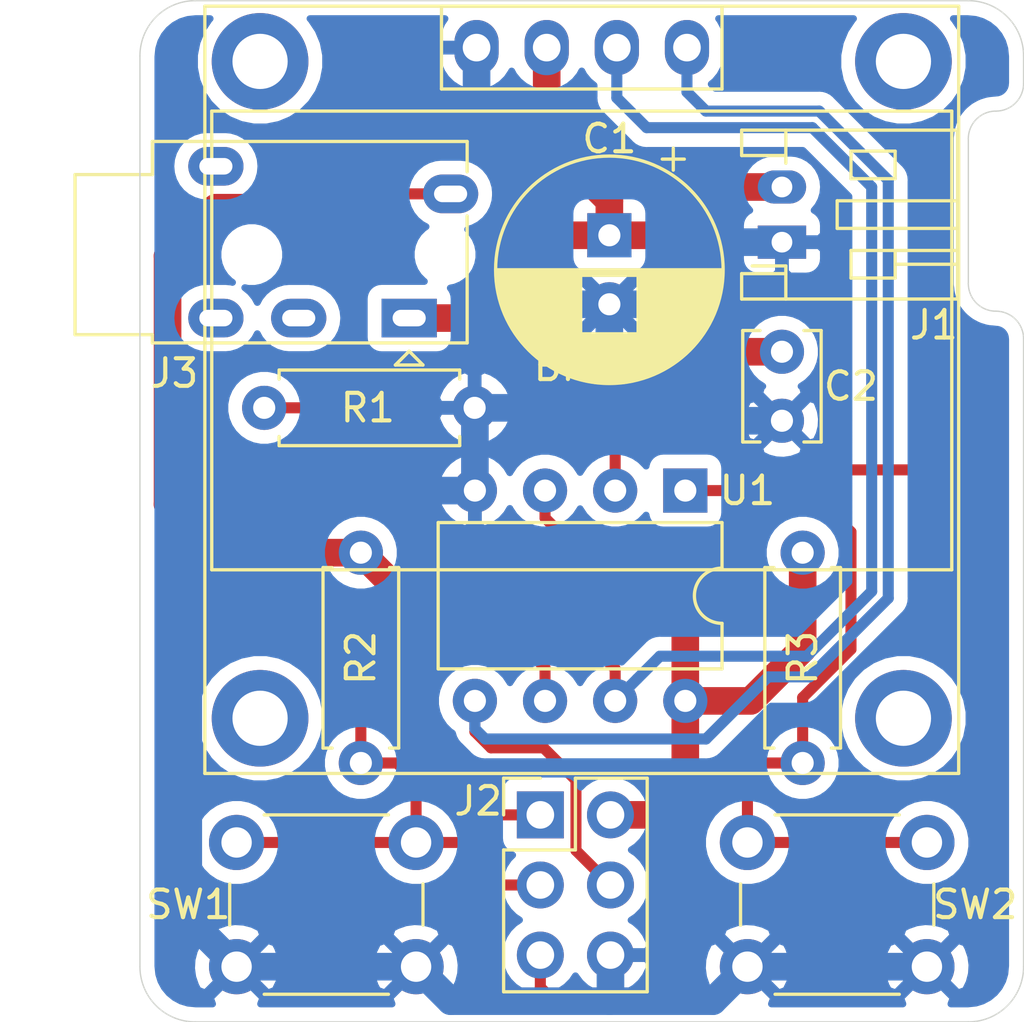
<source format=kicad_pcb>
(kicad_pcb (version 20171130) (host pcbnew 5.1.7-a382d34a8~87~ubuntu20.04.1)

  (general
    (thickness 1.6)
    (drawings 14)
    (tracks 143)
    (zones 0)
    (modules 12)
    (nets 11)
  )

  (page A4)
  (layers
    (0 F.Cu signal)
    (31 B.Cu signal)
    (32 B.Adhes user)
    (33 F.Adhes user)
    (34 B.Paste user)
    (35 F.Paste user)
    (36 B.SilkS user)
    (37 F.SilkS user)
    (38 B.Mask user)
    (39 F.Mask user)
    (40 Dwgs.User user)
    (41 Cmts.User user)
    (42 Eco1.User user)
    (43 Eco2.User user)
    (44 Edge.Cuts user)
    (45 Margin user)
    (46 B.CrtYd user hide)
    (47 F.CrtYd user hide)
    (48 B.Fab user hide)
    (49 F.Fab user hide)
  )

  (setup
    (last_trace_width 0.25)
    (trace_clearance 0.2)
    (zone_clearance 0.508)
    (zone_45_only no)
    (trace_min 0.2)
    (via_size 0.8)
    (via_drill 0.4)
    (via_min_size 0.4)
    (via_min_drill 0.3)
    (uvia_size 0.3)
    (uvia_drill 0.1)
    (uvias_allowed no)
    (uvia_min_size 0.2)
    (uvia_min_drill 0.1)
    (edge_width 0.05)
    (segment_width 0.2)
    (pcb_text_width 0.3)
    (pcb_text_size 1.5 1.5)
    (mod_edge_width 0.12)
    (mod_text_size 1 1)
    (mod_text_width 0.15)
    (pad_size 1.524 1.524)
    (pad_drill 0.762)
    (pad_to_mask_clearance 0.05)
    (aux_axis_origin 0 0)
    (visible_elements FFFFFF7F)
    (pcbplotparams
      (layerselection 0x010fc_ffffffff)
      (usegerberextensions false)
      (usegerberattributes true)
      (usegerberadvancedattributes true)
      (creategerberjobfile true)
      (excludeedgelayer true)
      (linewidth 0.100000)
      (plotframeref false)
      (viasonmask false)
      (mode 1)
      (useauxorigin false)
      (hpglpennumber 1)
      (hpglpenspeed 20)
      (hpglpendiameter 15.000000)
      (psnegative false)
      (psa4output false)
      (plotreference true)
      (plotvalue true)
      (plotinvisibletext false)
      (padsonsilk false)
      (subtractmaskfromsilk false)
      (outputformat 1)
      (mirror false)
      (drillshape 1)
      (scaleselection 1)
      (outputdirectory ""))
  )

  (net 0 "")
  (net 1 +3V0)
  (net 2 GND)
  (net 3 SCK)
  (net 4 MOSI)
  (net 5 MISO)
  (net 6 RST)
  (net 7 Reed_Output)
  (net 8 SW2)
  (net 9 "Net-(J3-PadR2)")
  (net 10 "Net-(J3-PadR1)")

  (net_class Default "This is the default net class."
    (clearance 0.2)
    (trace_width 0.25)
    (via_dia 0.8)
    (via_drill 0.4)
    (uvia_dia 0.3)
    (uvia_drill 0.1)
  )

  (net_class 0.40mm ""
    (clearance 0.2)
    (trace_width 0.4)
    (via_dia 0.8)
    (via_drill 0.4)
    (uvia_dia 0.3)
    (uvia_drill 0.1)
    (add_net MISO)
    (add_net MOSI)
    (add_net "Net-(J3-PadR1)")
    (add_net "Net-(J3-PadR2)")
    (add_net RST)
    (add_net Reed_Output)
    (add_net SCK)
    (add_net SW2)
  )

  (net_class 1.00mm ""
    (clearance 0.2)
    (trace_width 1)
    (via_dia 0.8)
    (via_drill 0.4)
    (uvia_dia 0.3)
    (uvia_drill 0.1)
    (add_net +3V0)
    (add_net GND)
  )

  (net_class 2.00m ""
    (clearance 0.2)
    (trace_width 2)
    (via_dia 0.8)
    (via_drill 0.4)
    (uvia_dia 0.3)
    (uvia_drill 0.1)
  )

  (module speedo-odo-meter:128x64OLED (layer F.Cu) (tedit 5F82F47D) (tstamp 5F81B70A)
    (at 120 46)
    (path /5F7E0837)
    (fp_text reference Brd1 (at 0 0.254 180) (layer F.SilkS)
      (effects (font (size 1 1) (thickness 0.15)))
    )
    (fp_text value SSD1306 (at -7.747 -7.62 180) (layer F.Fab)
      (effects (font (size 1 1) (thickness 0.15)))
    )
    (fp_line (start 13.4 7.62) (end 13.4 -9) (layer F.SilkS) (width 0.12))
    (fp_line (start -5.08 -12.8) (end -5.08 -9.8) (layer F.SilkS) (width 0.12))
    (fp_line (start 5.08 -9.8) (end -5.08 -9.8) (layer F.SilkS) (width 0.12))
    (fp_line (start 5.08 -12.8) (end 5.08 -9.8) (layer F.SilkS) (width 0.12))
    (fp_line (start -5.08 -12.8) (end 5.08 -12.8) (layer F.SilkS) (width 0.12))
    (fp_line (start -13.4 -9) (end 13.4 -9) (layer F.SilkS) (width 0.12))
    (fp_line (start -13.4 7.62) (end -13.4 -9) (layer F.SilkS) (width 0.12))
    (fp_line (start 13.4 7.62) (end -13.4 7.62) (layer F.SilkS) (width 0.12))
    (fp_line (start -13.65 15) (end -13.65 -12.8) (layer F.SilkS) (width 0.12))
    (fp_line (start 13.65 15) (end -13.65 15) (layer F.SilkS) (width 0.12))
    (fp_line (start 13.65 -12.8) (end 13.65 15) (layer F.SilkS) (width 0.12))
    (fp_line (start -13.65 -12.8) (end 13.65 -12.8) (layer F.SilkS) (width 0.12))
    (pad 4 thru_hole oval (at 3.81 -11.3 90) (size 2 1.6) (drill 1) (layers *.Cu *.Mask)
      (net 4 MOSI))
    (pad 3 thru_hole oval (at 1.27 -11.3 90) (size 2 1.6) (drill 1) (layers *.Cu *.Mask)
      (net 3 SCK))
    (pad 1 thru_hole oval (at -3.81 -11.3 90) (size 2 1.6) (drill 1) (layers *.Cu *.Mask)
      (net 2 GND))
    (pad 2 thru_hole oval (at -1.27 -11.3 90) (size 2 1.6) (drill 1) (layers *.Cu *.Mask)
      (net 1 +3V0))
    (pad "" thru_hole circle (at -11.65 -10.8 90) (size 3.5 3.5) (drill 2) (layers *.Cu *.Mask))
    (pad "" thru_hole circle (at 11.65 -10.8 90) (size 3.5 3.5) (drill 2) (layers *.Cu *.Mask))
    (pad "" thru_hole circle (at 11.65 13 90) (size 3.5 3.5) (drill 2) (layers *.Cu *.Mask))
    (pad "" thru_hole circle (at -11.65 13 90) (size 3.5 3.5) (drill 2) (layers *.Cu *.Mask))
    (model ${KIPRJMOD}/3D_models/OLED_TFT_0_96_inch_64x128.wrl
      (at (xyz 0 0 0))
      (scale (xyz 1 1 1))
      (rotate (xyz 0 0 0))
    )
  )

  (module speedo-odo-meter:Jack_3.5mm_PJ320E_Horizontal (layer F.Cu) (tedit 5F82DF93) (tstamp 5F836741)
    (at 113.75 44.5 90)
    (descr "Headphones with microphone connector, 3.5mm, 4 pins.")
    (tags "3.5mm jack mic microphone phones headphones 4pins audio plug")
    (path /5F7F4875)
    (fp_text reference J3 (at -2 -8.5 180) (layer F.SilkS)
      (effects (font (size 1 1) (thickness 0.15)))
    )
    (fp_text value AudioJack4 (at 2.54 5.08 90) (layer F.Fab)
      (effects (font (size 1 1) (thickness 0.15)))
    )
    (fp_line (start -1.7 0.5) (end -1.2 0) (layer F.SilkS) (width 0.12))
    (fp_line (start -1.7 -0.5) (end -1.7 0.5) (layer F.SilkS) (width 0.12))
    (fp_line (start -1.2 0) (end -1.7 -0.5) (layer F.SilkS) (width 0.12))
    (fp_line (start 3.7 2) (end -0.8 2) (layer F.Fab) (width 0.1))
    (fp_line (start -0.8 2) (end -0.8 -9.2) (layer F.Fab) (width 0.1))
    (fp_line (start -0.8 -9.2) (end -0.5 -9.2) (layer F.Fab) (width 0.1))
    (fp_line (start -0.5 -9.2) (end -0.5 -12) (layer F.Fab) (width 0.1))
    (fp_line (start -0.5 -12) (end 5.1 -12) (layer F.Fab) (width 0.1))
    (fp_line (start 5.1 -12) (end 5.1 -9.2) (layer F.Fab) (width 0.1))
    (fp_line (start 5.1 -9.2) (end 6.3 -9.2) (layer F.Fab) (width 0.1))
    (fp_line (start 6.3 -9.2) (end 6.3 2) (layer F.Fab) (width 0.1))
    (fp_line (start 6.3 2) (end 5.3 2) (layer F.Fab) (width 0.1))
    (fp_line (start -0.9 -9.3) (end -0.9 2.1) (layer F.SilkS) (width 0.12))
    (fp_line (start -0.9 2.1) (end 3.7 2.1) (layer F.SilkS) (width 0.12))
    (fp_line (start 6.4 2.1) (end 5.3 2.1) (layer F.SilkS) (width 0.12))
    (fp_line (start -1.3 3) (end 6.8 3) (layer F.CrtYd) (width 0.05))
    (fp_line (start -1.3 -12.5) (end -1.3 3) (layer F.CrtYd) (width 0.05))
    (fp_line (start 6.8 -12.5) (end 6.8 3) (layer F.CrtYd) (width 0.05))
    (fp_line (start 5.2 -9.3) (end 6.4 -9.3) (layer F.SilkS) (width 0.12))
    (fp_line (start -0.9 -9.3) (end -0.6 -9.3) (layer F.SilkS) (width 0.12))
    (fp_line (start 5.2 -12.1) (end -0.6 -12.1) (layer F.SilkS) (width 0.12))
    (fp_line (start 6.4 -9.3) (end 6.4 2.1) (layer F.SilkS) (width 0.12))
    (fp_line (start 5.2 -9.3) (end 5.2 -12.1) (layer F.SilkS) (width 0.12))
    (fp_line (start -0.6 -9.3) (end -0.6 -12.1) (layer F.SilkS) (width 0.12))
    (fp_line (start -1.3 -12.5) (end 6.8 -12.5) (layer F.CrtYd) (width 0.05))
    (fp_circle (center 0.9 0) (end 1.2 0.15) (layer F.Fab) (width 0.12))
    (fp_text user %R (at 2.54 -13.97 90) (layer F.Fab)
      (effects (font (size 1 1) (thickness 0.15)))
    )
    (pad "" np_thru_hole circle (at 2.3 1.3) (size 1.2 1.2) (drill 1.2) (layers *.Cu *.Mask))
    (pad "" np_thru_hole circle (at 2.3 -5.7) (size 1.2 1.2) (drill 1.2) (layers *.Cu *.Mask))
    (pad R1 thru_hole oval (at 0 -7) (size 2 1.4) (drill oval 1.2 0.6) (layers *.Cu *.Mask)
      (net 10 "Net-(J3-PadR1)"))
    (pad R2 thru_hole oval (at 0 -4) (size 2 1.4) (drill oval 1.2 0.6) (layers *.Cu *.Mask)
      (net 9 "Net-(J3-PadR2)"))
    (pad T thru_hole rect (at 0 0) (size 2 1.4) (drill oval 1.2 0.6) (layers *.Cu *.Mask)
      (net 1 +3V0))
    (pad S thru_hole oval (at 4.5 1.5) (size 2 1.4) (drill oval 1.2 0.6) (layers *.Cu *.Mask)
      (net 7 Reed_Output))
    (pad 6 thru_hole oval (at 5.5 -7) (size 2 1.4) (drill oval 1.2 0.6) (layers *.Cu *.Mask))
    (model ${KIPRJMOD}/3D_models/pj-320e.wrl
      (at (xyz 0 0 0))
      (scale (xyz 1 1 1))
      (rotate (xyz 0 0 0))
    )
  )

  (module speedo-odo-meter:C_Disc_D3.8mm_W2.6mm_P2.50mm (layer F.Cu) (tedit 5AE50EF0) (tstamp 5F837E23)
    (at 127.25 45.72 270)
    (descr "C, Disc series, Radial, pin pitch=2.50mm, , diameter*width=3.8*2.6mm^2, Capacitor, http://www.vishay.com/docs/45233/krseries.pdf")
    (tags "C Disc series Radial pin pitch 2.50mm  diameter 3.8mm width 2.6mm Capacitor")
    (path /5F7F9C8F)
    (fp_text reference C2 (at 1.25 -2.5 180) (layer F.SilkS)
      (effects (font (size 1 1) (thickness 0.15)))
    )
    (fp_text value 100nf (at 1.25 2.55 90) (layer F.Fab)
      (effects (font (size 1 1) (thickness 0.15)))
    )
    (fp_line (start -0.65 -1.3) (end -0.65 1.3) (layer F.Fab) (width 0.1))
    (fp_line (start -0.65 1.3) (end 3.15 1.3) (layer F.Fab) (width 0.1))
    (fp_line (start 3.15 1.3) (end 3.15 -1.3) (layer F.Fab) (width 0.1))
    (fp_line (start 3.15 -1.3) (end -0.65 -1.3) (layer F.Fab) (width 0.1))
    (fp_line (start -0.77 -1.42) (end 3.27 -1.42) (layer F.SilkS) (width 0.12))
    (fp_line (start -0.77 1.42) (end 3.27 1.42) (layer F.SilkS) (width 0.12))
    (fp_line (start -0.77 -1.42) (end -0.77 -0.795) (layer F.SilkS) (width 0.12))
    (fp_line (start -0.77 0.795) (end -0.77 1.42) (layer F.SilkS) (width 0.12))
    (fp_line (start 3.27 -1.42) (end 3.27 -0.795) (layer F.SilkS) (width 0.12))
    (fp_line (start 3.27 0.795) (end 3.27 1.42) (layer F.SilkS) (width 0.12))
    (fp_line (start -1.05 -1.55) (end -1.05 1.55) (layer F.CrtYd) (width 0.05))
    (fp_line (start -1.05 1.55) (end 3.55 1.55) (layer F.CrtYd) (width 0.05))
    (fp_line (start 3.55 1.55) (end 3.55 -1.55) (layer F.CrtYd) (width 0.05))
    (fp_line (start 3.55 -1.55) (end -1.05 -1.55) (layer F.CrtYd) (width 0.05))
    (fp_text user %R (at 1.25 0 90) (layer F.Fab)
      (effects (font (size 0.76 0.76) (thickness 0.114)))
    )
    (pad 2 thru_hole circle (at 2.5 0 270) (size 1.6 1.6) (drill 0.8) (layers *.Cu *.Mask)
      (net 2 GND))
    (pad 1 thru_hole circle (at 0 0 270) (size 1.6 1.6) (drill 0.8) (layers *.Cu *.Mask)
      (net 1 +3V0))
    (model ${KISYS3DMOD}/Capacitor_THT.3dshapes/C_Disc_D3.8mm_W2.6mm_P2.50mm.wrl
      (at (xyz 0 0 0))
      (scale (xyz 1 1 1))
      (rotate (xyz 0 0 0))
    )
  )

  (module speedo-odo-meter:JST_PH_S2B-PH-K_1x02_P2.00mm_Horizontal (layer F.Cu) (tedit 5A0EDEC2) (tstamp 5F81B7F5)
    (at 127.25 41.75 90)
    (descr "JST PH series connector, S2B-PH-K (http://www.jst-mfg.com/product/pdf/eng/ePH.pdf), generated with kicad-footprint-generator")
    (tags "connector JST PH top entry")
    (path /5F7F5E77)
    (fp_text reference J1 (at -3 5.5 180) (layer F.SilkS)
      (effects (font (size 1 1) (thickness 0.15)))
    )
    (fp_text value Bat_3.0v (at 1 7.45 90) (layer F.Fab)
      (effects (font (size 1 1) (thickness 0.15)))
    )
    (fp_line (start -0.86 0.14) (end -1.14 0.14) (layer F.SilkS) (width 0.12))
    (fp_line (start -1.14 0.14) (end -1.14 -1.46) (layer F.SilkS) (width 0.12))
    (fp_line (start -1.14 -1.46) (end -2.06 -1.46) (layer F.SilkS) (width 0.12))
    (fp_line (start -2.06 -1.46) (end -2.06 6.36) (layer F.SilkS) (width 0.12))
    (fp_line (start -2.06 6.36) (end 4.06 6.36) (layer F.SilkS) (width 0.12))
    (fp_line (start 4.06 6.36) (end 4.06 -1.46) (layer F.SilkS) (width 0.12))
    (fp_line (start 4.06 -1.46) (end 3.14 -1.46) (layer F.SilkS) (width 0.12))
    (fp_line (start 3.14 -1.46) (end 3.14 0.14) (layer F.SilkS) (width 0.12))
    (fp_line (start 3.14 0.14) (end 2.86 0.14) (layer F.SilkS) (width 0.12))
    (fp_line (start 0.5 6.36) (end 0.5 2) (layer F.SilkS) (width 0.12))
    (fp_line (start 0.5 2) (end 1.5 2) (layer F.SilkS) (width 0.12))
    (fp_line (start 1.5 2) (end 1.5 6.36) (layer F.SilkS) (width 0.12))
    (fp_line (start -2.06 0.14) (end -1.14 0.14) (layer F.SilkS) (width 0.12))
    (fp_line (start 4.06 0.14) (end 3.14 0.14) (layer F.SilkS) (width 0.12))
    (fp_line (start -1.3 2.5) (end -1.3 4.1) (layer F.SilkS) (width 0.12))
    (fp_line (start -1.3 4.1) (end -0.3 4.1) (layer F.SilkS) (width 0.12))
    (fp_line (start -0.3 4.1) (end -0.3 2.5) (layer F.SilkS) (width 0.12))
    (fp_line (start -0.3 2.5) (end -1.3 2.5) (layer F.SilkS) (width 0.12))
    (fp_line (start 3.3 2.5) (end 3.3 4.1) (layer F.SilkS) (width 0.12))
    (fp_line (start 3.3 4.1) (end 2.3 4.1) (layer F.SilkS) (width 0.12))
    (fp_line (start 2.3 4.1) (end 2.3 2.5) (layer F.SilkS) (width 0.12))
    (fp_line (start 2.3 2.5) (end 3.3 2.5) (layer F.SilkS) (width 0.12))
    (fp_line (start -0.3 4.1) (end -0.3 6.36) (layer F.SilkS) (width 0.12))
    (fp_line (start -0.8 4.1) (end -0.8 6.36) (layer F.SilkS) (width 0.12))
    (fp_line (start -2.45 -1.85) (end -2.45 6.75) (layer F.CrtYd) (width 0.05))
    (fp_line (start -2.45 6.75) (end 4.45 6.75) (layer F.CrtYd) (width 0.05))
    (fp_line (start 4.45 6.75) (end 4.45 -1.85) (layer F.CrtYd) (width 0.05))
    (fp_line (start 4.45 -1.85) (end -2.45 -1.85) (layer F.CrtYd) (width 0.05))
    (fp_line (start -1.25 0.25) (end -1.25 -1.35) (layer F.Fab) (width 0.1))
    (fp_line (start -1.25 -1.35) (end -1.95 -1.35) (layer F.Fab) (width 0.1))
    (fp_line (start -1.95 -1.35) (end -1.95 6.25) (layer F.Fab) (width 0.1))
    (fp_line (start -1.95 6.25) (end 3.95 6.25) (layer F.Fab) (width 0.1))
    (fp_line (start 3.95 6.25) (end 3.95 -1.35) (layer F.Fab) (width 0.1))
    (fp_line (start 3.95 -1.35) (end 3.25 -1.35) (layer F.Fab) (width 0.1))
    (fp_line (start 3.25 -1.35) (end 3.25 0.25) (layer F.Fab) (width 0.1))
    (fp_line (start 3.25 0.25) (end -1.25 0.25) (layer F.Fab) (width 0.1))
    (fp_line (start -0.86 0.14) (end -0.86 -1.075) (layer F.SilkS) (width 0.12))
    (fp_line (start 0 0.875) (end -0.5 1.375) (layer F.Fab) (width 0.1))
    (fp_line (start -0.5 1.375) (end 0.5 1.375) (layer F.Fab) (width 0.1))
    (fp_line (start 0.5 1.375) (end 0 0.875) (layer F.Fab) (width 0.1))
    (fp_text user %R (at 1 2.5 90) (layer F.Fab)
      (effects (font (size 1 1) (thickness 0.15)))
    )
    (pad 2 thru_hole oval (at 2 0 90) (size 1.2 1.75) (drill 0.75) (layers *.Cu *.Mask)
      (net 1 +3V0))
    (pad 1 thru_hole rect (at 0 0 90) (size 1.2 1.75) (drill 0.75) (layers *.Cu *.Mask)
      (net 2 GND))
    (model ${KISYS3DMOD}/Connector_JST.3dshapes/JST_PH_S2B-PH-K_1x02_P2.00mm_Horizontal.wrl
      (at (xyz 0 0 0))
      (scale (xyz 1 1 1))
      (rotate (xyz 0 0 0))
    )
  )

  (module speedo-odo-meter:PinHeader_2x03_P2.54mm_Vertical (layer F.Cu) (tedit 59FED5CC) (tstamp 5F81B823)
    (at 118.5 62.5)
    (descr "Through hole straight pin header, 2x03, 2.54mm pitch, double rows")
    (tags "Through hole pin header THT 2x03 2.54mm double row")
    (path /5F7FFA18)
    (fp_text reference J2 (at -2.25 -0.5) (layer F.SilkS)
      (effects (font (size 1 1) (thickness 0.15)))
    )
    (fp_text value AVR_SPI (at 1.27 7.41) (layer F.Fab)
      (effects (font (size 1 1) (thickness 0.15)))
    )
    (fp_line (start 0 -1.27) (end 3.81 -1.27) (layer F.Fab) (width 0.1))
    (fp_line (start 3.81 -1.27) (end 3.81 6.35) (layer F.Fab) (width 0.1))
    (fp_line (start 3.81 6.35) (end -1.27 6.35) (layer F.Fab) (width 0.1))
    (fp_line (start -1.27 6.35) (end -1.27 0) (layer F.Fab) (width 0.1))
    (fp_line (start -1.27 0) (end 0 -1.27) (layer F.Fab) (width 0.1))
    (fp_line (start -1.33 6.41) (end 3.87 6.41) (layer F.SilkS) (width 0.12))
    (fp_line (start -1.33 1.27) (end -1.33 6.41) (layer F.SilkS) (width 0.12))
    (fp_line (start 3.87 -1.33) (end 3.87 6.41) (layer F.SilkS) (width 0.12))
    (fp_line (start -1.33 1.27) (end 1.27 1.27) (layer F.SilkS) (width 0.12))
    (fp_line (start 1.27 1.27) (end 1.27 -1.33) (layer F.SilkS) (width 0.12))
    (fp_line (start 1.27 -1.33) (end 3.87 -1.33) (layer F.SilkS) (width 0.12))
    (fp_line (start -1.33 0) (end -1.33 -1.33) (layer F.SilkS) (width 0.12))
    (fp_line (start -1.33 -1.33) (end 0 -1.33) (layer F.SilkS) (width 0.12))
    (fp_line (start -1.8 -1.8) (end -1.8 6.85) (layer F.CrtYd) (width 0.05))
    (fp_line (start -1.8 6.85) (end 4.35 6.85) (layer F.CrtYd) (width 0.05))
    (fp_line (start 4.35 6.85) (end 4.35 -1.8) (layer F.CrtYd) (width 0.05))
    (fp_line (start 4.35 -1.8) (end -1.8 -1.8) (layer F.CrtYd) (width 0.05))
    (fp_text user %R (at 1.27 2.54 90) (layer F.Fab)
      (effects (font (size 1 1) (thickness 0.15)))
    )
    (pad 6 thru_hole oval (at 2.54 5.08) (size 1.7 1.7) (drill 1) (layers *.Cu *.Mask)
      (net 2 GND))
    (pad 5 thru_hole oval (at 0 5.08) (size 1.7 1.7) (drill 1) (layers *.Cu *.Mask)
      (net 6 RST))
    (pad 4 thru_hole oval (at 2.54 2.54) (size 1.7 1.7) (drill 1) (layers *.Cu *.Mask)
      (net 4 MOSI))
    (pad 3 thru_hole oval (at 0 2.54) (size 1.7 1.7) (drill 1) (layers *.Cu *.Mask)
      (net 3 SCK))
    (pad 2 thru_hole oval (at 2.54 0) (size 1.7 1.7) (drill 1) (layers *.Cu *.Mask)
      (net 1 +3V0))
    (pad 1 thru_hole rect (at 0 0) (size 1.7 1.7) (drill 1) (layers *.Cu *.Mask)
      (net 5 MISO))
    (model ${KISYS3DMOD}/Connector_PinHeader_2.54mm.3dshapes/PinHeader_2x03_P2.54mm_Vertical.wrl
      (at (xyz 0 0 0))
      (scale (xyz 1 1 1))
      (rotate (xyz 0 0 0))
    )
  )

  (module speedo-odo-meter:SW_PUSH_6mm (layer F.Cu) (tedit 5A02FE31) (tstamp 5F81BCB4)
    (at 114 68 180)
    (descr https://www.omron.com/ecb/products/pdf/en-b3f.pdf)
    (tags "tact sw push 6mm")
    (path /5F7DE9F0)
    (fp_text reference SW1 (at 8.25 2.25) (layer F.SilkS)
      (effects (font (size 1 1) (thickness 0.15)))
    )
    (fp_text value SW_SPST (at 3.75 6.7) (layer F.Fab)
      (effects (font (size 1 1) (thickness 0.15)))
    )
    (fp_circle (center 3.25 2.25) (end 1.25 2.5) (layer F.Fab) (width 0.1))
    (fp_line (start 6.75 3) (end 6.75 1.5) (layer F.SilkS) (width 0.12))
    (fp_line (start 5.5 -1) (end 1 -1) (layer F.SilkS) (width 0.12))
    (fp_line (start -0.25 1.5) (end -0.25 3) (layer F.SilkS) (width 0.12))
    (fp_line (start 1 5.5) (end 5.5 5.5) (layer F.SilkS) (width 0.12))
    (fp_line (start 8 -1.25) (end 8 5.75) (layer F.CrtYd) (width 0.05))
    (fp_line (start 7.75 6) (end -1.25 6) (layer F.CrtYd) (width 0.05))
    (fp_line (start -1.5 5.75) (end -1.5 -1.25) (layer F.CrtYd) (width 0.05))
    (fp_line (start -1.25 -1.5) (end 7.75 -1.5) (layer F.CrtYd) (width 0.05))
    (fp_line (start -1.5 6) (end -1.25 6) (layer F.CrtYd) (width 0.05))
    (fp_line (start -1.5 5.75) (end -1.5 6) (layer F.CrtYd) (width 0.05))
    (fp_line (start -1.5 -1.5) (end -1.25 -1.5) (layer F.CrtYd) (width 0.05))
    (fp_line (start -1.5 -1.25) (end -1.5 -1.5) (layer F.CrtYd) (width 0.05))
    (fp_line (start 8 -1.5) (end 8 -1.25) (layer F.CrtYd) (width 0.05))
    (fp_line (start 7.75 -1.5) (end 8 -1.5) (layer F.CrtYd) (width 0.05))
    (fp_line (start 8 6) (end 8 5.75) (layer F.CrtYd) (width 0.05))
    (fp_line (start 7.75 6) (end 8 6) (layer F.CrtYd) (width 0.05))
    (fp_line (start 0.25 -0.75) (end 3.25 -0.75) (layer F.Fab) (width 0.1))
    (fp_line (start 0.25 5.25) (end 0.25 -0.75) (layer F.Fab) (width 0.1))
    (fp_line (start 6.25 5.25) (end 0.25 5.25) (layer F.Fab) (width 0.1))
    (fp_line (start 6.25 -0.75) (end 6.25 5.25) (layer F.Fab) (width 0.1))
    (fp_line (start 3.25 -0.75) (end 6.25 -0.75) (layer F.Fab) (width 0.1))
    (fp_text user %R (at 3.25 2.25) (layer F.Fab)
      (effects (font (size 1 1) (thickness 0.15)))
    )
    (pad 2 thru_hole circle (at 0 4.5 270) (size 2 2) (drill 1.1) (layers *.Cu *.Mask)
      (net 5 MISO))
    (pad 1 thru_hole circle (at 0 0 270) (size 2 2) (drill 1.1) (layers *.Cu *.Mask)
      (net 2 GND))
    (pad 2 thru_hole circle (at 6.5 4.5 270) (size 2 2) (drill 1.1) (layers *.Cu *.Mask)
      (net 5 MISO))
    (pad 1 thru_hole circle (at 6.5 0 270) (size 2 2) (drill 1.1) (layers *.Cu *.Mask)
      (net 2 GND))
    (model ${KISYS3DMOD}/Button_Switch_THT.3dshapes/SW_PUSH_6mm.wrl
      (at (xyz 0 0 0))
      (scale (xyz 1 1 1))
      (rotate (xyz 0 0 0))
    )
  )

  (module speedo-odo-meter:SW_PUSH_6mm (layer F.Cu) (tedit 5A02FE31) (tstamp 5F81BCD2)
    (at 132.5 68 180)
    (descr https://www.omron.com/ecb/products/pdf/en-b3f.pdf)
    (tags "tact sw push 6mm")
    (path /5F7DF17C)
    (fp_text reference SW2 (at -1.75 2.25) (layer F.SilkS)
      (effects (font (size 1 1) (thickness 0.15)))
    )
    (fp_text value SW_SPST (at 3.75 6.7) (layer F.Fab)
      (effects (font (size 1 1) (thickness 0.15)))
    )
    (fp_line (start 3.25 -0.75) (end 6.25 -0.75) (layer F.Fab) (width 0.1))
    (fp_line (start 6.25 -0.75) (end 6.25 5.25) (layer F.Fab) (width 0.1))
    (fp_line (start 6.25 5.25) (end 0.25 5.25) (layer F.Fab) (width 0.1))
    (fp_line (start 0.25 5.25) (end 0.25 -0.75) (layer F.Fab) (width 0.1))
    (fp_line (start 0.25 -0.75) (end 3.25 -0.75) (layer F.Fab) (width 0.1))
    (fp_line (start 7.75 6) (end 8 6) (layer F.CrtYd) (width 0.05))
    (fp_line (start 8 6) (end 8 5.75) (layer F.CrtYd) (width 0.05))
    (fp_line (start 7.75 -1.5) (end 8 -1.5) (layer F.CrtYd) (width 0.05))
    (fp_line (start 8 -1.5) (end 8 -1.25) (layer F.CrtYd) (width 0.05))
    (fp_line (start -1.5 -1.25) (end -1.5 -1.5) (layer F.CrtYd) (width 0.05))
    (fp_line (start -1.5 -1.5) (end -1.25 -1.5) (layer F.CrtYd) (width 0.05))
    (fp_line (start -1.5 5.75) (end -1.5 6) (layer F.CrtYd) (width 0.05))
    (fp_line (start -1.5 6) (end -1.25 6) (layer F.CrtYd) (width 0.05))
    (fp_line (start -1.25 -1.5) (end 7.75 -1.5) (layer F.CrtYd) (width 0.05))
    (fp_line (start -1.5 5.75) (end -1.5 -1.25) (layer F.CrtYd) (width 0.05))
    (fp_line (start 7.75 6) (end -1.25 6) (layer F.CrtYd) (width 0.05))
    (fp_line (start 8 -1.25) (end 8 5.75) (layer F.CrtYd) (width 0.05))
    (fp_line (start 1 5.5) (end 5.5 5.5) (layer F.SilkS) (width 0.12))
    (fp_line (start -0.25 1.5) (end -0.25 3) (layer F.SilkS) (width 0.12))
    (fp_line (start 5.5 -1) (end 1 -1) (layer F.SilkS) (width 0.12))
    (fp_line (start 6.75 3) (end 6.75 1.5) (layer F.SilkS) (width 0.12))
    (fp_circle (center 3.25 2.25) (end 1.25 2.5) (layer F.Fab) (width 0.1))
    (fp_text user %R (at 3.25 2.25) (layer F.Fab)
      (effects (font (size 1 1) (thickness 0.15)))
    )
    (pad 1 thru_hole circle (at 6.5 0 270) (size 2 2) (drill 1.1) (layers *.Cu *.Mask)
      (net 2 GND))
    (pad 2 thru_hole circle (at 6.5 4.5 270) (size 2 2) (drill 1.1) (layers *.Cu *.Mask)
      (net 8 SW2))
    (pad 1 thru_hole circle (at 0 0 270) (size 2 2) (drill 1.1) (layers *.Cu *.Mask)
      (net 2 GND))
    (pad 2 thru_hole circle (at 0 4.5 270) (size 2 2) (drill 1.1) (layers *.Cu *.Mask)
      (net 8 SW2))
    (model ${KISYS3DMOD}/Button_Switch_THT.3dshapes/SW_PUSH_6mm.wrl
      (at (xyz 0 0 0))
      (scale (xyz 1 1 1))
      (rotate (xyz 0 0 0))
    )
  )

  (module speedo-odo-meter:DIP-8_W7.62mm (layer F.Cu) (tedit 5A02E8C5) (tstamp 5F838242)
    (at 123.75 50.75 270)
    (descr "8-lead though-hole mounted DIP package, row spacing 7.62 mm (300 mils)")
    (tags "THT DIP DIL PDIP 2.54mm 7.62mm 300mil")
    (path /5F7DA950)
    (fp_text reference U1 (at 0 -2.25 180) (layer F.SilkS)
      (effects (font (size 1 1) (thickness 0.15)))
    )
    (fp_text value ATtiny85-20PU (at 3.81 9.95 90) (layer F.Fab)
      (effects (font (size 1 1) (thickness 0.15)))
    )
    (fp_line (start 8.7 -1.55) (end -1.1 -1.55) (layer F.CrtYd) (width 0.05))
    (fp_line (start 8.7 9.15) (end 8.7 -1.55) (layer F.CrtYd) (width 0.05))
    (fp_line (start -1.1 9.15) (end 8.7 9.15) (layer F.CrtYd) (width 0.05))
    (fp_line (start -1.1 -1.55) (end -1.1 9.15) (layer F.CrtYd) (width 0.05))
    (fp_line (start 6.46 -1.33) (end 4.81 -1.33) (layer F.SilkS) (width 0.12))
    (fp_line (start 6.46 8.95) (end 6.46 -1.33) (layer F.SilkS) (width 0.12))
    (fp_line (start 1.16 8.95) (end 6.46 8.95) (layer F.SilkS) (width 0.12))
    (fp_line (start 1.16 -1.33) (end 1.16 8.95) (layer F.SilkS) (width 0.12))
    (fp_line (start 2.81 -1.33) (end 1.16 -1.33) (layer F.SilkS) (width 0.12))
    (fp_line (start 0.635 -0.27) (end 1.635 -1.27) (layer F.Fab) (width 0.1))
    (fp_line (start 0.635 8.89) (end 0.635 -0.27) (layer F.Fab) (width 0.1))
    (fp_line (start 6.985 8.89) (end 0.635 8.89) (layer F.Fab) (width 0.1))
    (fp_line (start 6.985 -1.27) (end 6.985 8.89) (layer F.Fab) (width 0.1))
    (fp_line (start 1.635 -1.27) (end 6.985 -1.27) (layer F.Fab) (width 0.1))
    (fp_arc (start 3.81 -1.33) (end 2.81 -1.33) (angle -180) (layer F.SilkS) (width 0.12))
    (fp_text user %R (at 3.81 3.81 90) (layer F.Fab)
      (effects (font (size 1 1) (thickness 0.15)))
    )
    (pad 1 thru_hole rect (at 0 0 270) (size 1.6 1.6) (drill 0.8) (layers *.Cu *.Mask)
      (net 6 RST))
    (pad 5 thru_hole oval (at 7.62 7.62 270) (size 1.6 1.6) (drill 0.8) (layers *.Cu *.Mask)
      (net 4 MOSI))
    (pad 2 thru_hole oval (at 0 2.54 270) (size 1.6 1.6) (drill 0.8) (layers *.Cu *.Mask)
      (net 7 Reed_Output))
    (pad 6 thru_hole oval (at 7.62 5.08 270) (size 1.6 1.6) (drill 0.8) (layers *.Cu *.Mask)
      (net 5 MISO))
    (pad 3 thru_hole oval (at 0 5.08 270) (size 1.6 1.6) (drill 0.8) (layers *.Cu *.Mask)
      (net 8 SW2))
    (pad 7 thru_hole oval (at 7.62 2.54 270) (size 1.6 1.6) (drill 0.8) (layers *.Cu *.Mask)
      (net 3 SCK))
    (pad 4 thru_hole oval (at 0 7.62 270) (size 1.6 1.6) (drill 0.8) (layers *.Cu *.Mask)
      (net 2 GND))
    (pad 8 thru_hole oval (at 7.62 0 270) (size 1.6 1.6) (drill 0.8) (layers *.Cu *.Mask)
      (net 1 +3V0))
    (model ${KISYS3DMOD}/Package_DIP.3dshapes/DIP-8_W7.62mm.wrl
      (offset (xyz 0 0 3.5))
      (scale (xyz 1 1 1))
      (rotate (xyz 0 0 0))
    )
    (model ${KISYS3DMOD}/Package_DIP.3dshapes/DIP-8_W7.62mm_Socket.wrl
      (at (xyz 0 0 0))
      (scale (xyz 1 1 1))
      (rotate (xyz 0 0 0))
    )
  )

  (module speedo-odo-meter:CP_Radial_D8.0mm_P2.50mm (layer F.Cu) (tedit 5AE50EF0) (tstamp 5F835919)
    (at 121 41.5 270)
    (descr "CP, Radial series, Radial, pin pitch=2.50mm, , diameter=8mm, Electrolytic Capacitor")
    (tags "CP Radial series Radial pin pitch 2.50mm  diameter 8mm Electrolytic Capacitor")
    (path /5F8A27C3)
    (fp_text reference C1 (at -3.5 0 180) (layer F.SilkS)
      (effects (font (size 1 1) (thickness 0.15)))
    )
    (fp_text value 10uF (at 1.25 5.25 90) (layer F.Fab)
      (effects (font (size 1 1) (thickness 0.15)))
    )
    (fp_circle (center 1.25 0) (end 5.25 0) (layer F.Fab) (width 0.1))
    (fp_circle (center 1.25 0) (end 5.37 0) (layer F.SilkS) (width 0.12))
    (fp_circle (center 1.25 0) (end 5.5 0) (layer F.CrtYd) (width 0.05))
    (fp_line (start -2.176759 -1.7475) (end -1.376759 -1.7475) (layer F.Fab) (width 0.1))
    (fp_line (start -1.776759 -2.1475) (end -1.776759 -1.3475) (layer F.Fab) (width 0.1))
    (fp_line (start 1.25 -4.08) (end 1.25 4.08) (layer F.SilkS) (width 0.12))
    (fp_line (start 1.29 -4.08) (end 1.29 4.08) (layer F.SilkS) (width 0.12))
    (fp_line (start 1.33 -4.08) (end 1.33 4.08) (layer F.SilkS) (width 0.12))
    (fp_line (start 1.37 -4.079) (end 1.37 4.079) (layer F.SilkS) (width 0.12))
    (fp_line (start 1.41 -4.077) (end 1.41 4.077) (layer F.SilkS) (width 0.12))
    (fp_line (start 1.45 -4.076) (end 1.45 4.076) (layer F.SilkS) (width 0.12))
    (fp_line (start 1.49 -4.074) (end 1.49 -1.04) (layer F.SilkS) (width 0.12))
    (fp_line (start 1.49 1.04) (end 1.49 4.074) (layer F.SilkS) (width 0.12))
    (fp_line (start 1.53 -4.071) (end 1.53 -1.04) (layer F.SilkS) (width 0.12))
    (fp_line (start 1.53 1.04) (end 1.53 4.071) (layer F.SilkS) (width 0.12))
    (fp_line (start 1.57 -4.068) (end 1.57 -1.04) (layer F.SilkS) (width 0.12))
    (fp_line (start 1.57 1.04) (end 1.57 4.068) (layer F.SilkS) (width 0.12))
    (fp_line (start 1.61 -4.065) (end 1.61 -1.04) (layer F.SilkS) (width 0.12))
    (fp_line (start 1.61 1.04) (end 1.61 4.065) (layer F.SilkS) (width 0.12))
    (fp_line (start 1.65 -4.061) (end 1.65 -1.04) (layer F.SilkS) (width 0.12))
    (fp_line (start 1.65 1.04) (end 1.65 4.061) (layer F.SilkS) (width 0.12))
    (fp_line (start 1.69 -4.057) (end 1.69 -1.04) (layer F.SilkS) (width 0.12))
    (fp_line (start 1.69 1.04) (end 1.69 4.057) (layer F.SilkS) (width 0.12))
    (fp_line (start 1.73 -4.052) (end 1.73 -1.04) (layer F.SilkS) (width 0.12))
    (fp_line (start 1.73 1.04) (end 1.73 4.052) (layer F.SilkS) (width 0.12))
    (fp_line (start 1.77 -4.048) (end 1.77 -1.04) (layer F.SilkS) (width 0.12))
    (fp_line (start 1.77 1.04) (end 1.77 4.048) (layer F.SilkS) (width 0.12))
    (fp_line (start 1.81 -4.042) (end 1.81 -1.04) (layer F.SilkS) (width 0.12))
    (fp_line (start 1.81 1.04) (end 1.81 4.042) (layer F.SilkS) (width 0.12))
    (fp_line (start 1.85 -4.037) (end 1.85 -1.04) (layer F.SilkS) (width 0.12))
    (fp_line (start 1.85 1.04) (end 1.85 4.037) (layer F.SilkS) (width 0.12))
    (fp_line (start 1.89 -4.03) (end 1.89 -1.04) (layer F.SilkS) (width 0.12))
    (fp_line (start 1.89 1.04) (end 1.89 4.03) (layer F.SilkS) (width 0.12))
    (fp_line (start 1.93 -4.024) (end 1.93 -1.04) (layer F.SilkS) (width 0.12))
    (fp_line (start 1.93 1.04) (end 1.93 4.024) (layer F.SilkS) (width 0.12))
    (fp_line (start 1.971 -4.017) (end 1.971 -1.04) (layer F.SilkS) (width 0.12))
    (fp_line (start 1.971 1.04) (end 1.971 4.017) (layer F.SilkS) (width 0.12))
    (fp_line (start 2.011 -4.01) (end 2.011 -1.04) (layer F.SilkS) (width 0.12))
    (fp_line (start 2.011 1.04) (end 2.011 4.01) (layer F.SilkS) (width 0.12))
    (fp_line (start 2.051 -4.002) (end 2.051 -1.04) (layer F.SilkS) (width 0.12))
    (fp_line (start 2.051 1.04) (end 2.051 4.002) (layer F.SilkS) (width 0.12))
    (fp_line (start 2.091 -3.994) (end 2.091 -1.04) (layer F.SilkS) (width 0.12))
    (fp_line (start 2.091 1.04) (end 2.091 3.994) (layer F.SilkS) (width 0.12))
    (fp_line (start 2.131 -3.985) (end 2.131 -1.04) (layer F.SilkS) (width 0.12))
    (fp_line (start 2.131 1.04) (end 2.131 3.985) (layer F.SilkS) (width 0.12))
    (fp_line (start 2.171 -3.976) (end 2.171 -1.04) (layer F.SilkS) (width 0.12))
    (fp_line (start 2.171 1.04) (end 2.171 3.976) (layer F.SilkS) (width 0.12))
    (fp_line (start 2.211 -3.967) (end 2.211 -1.04) (layer F.SilkS) (width 0.12))
    (fp_line (start 2.211 1.04) (end 2.211 3.967) (layer F.SilkS) (width 0.12))
    (fp_line (start 2.251 -3.957) (end 2.251 -1.04) (layer F.SilkS) (width 0.12))
    (fp_line (start 2.251 1.04) (end 2.251 3.957) (layer F.SilkS) (width 0.12))
    (fp_line (start 2.291 -3.947) (end 2.291 -1.04) (layer F.SilkS) (width 0.12))
    (fp_line (start 2.291 1.04) (end 2.291 3.947) (layer F.SilkS) (width 0.12))
    (fp_line (start 2.331 -3.936) (end 2.331 -1.04) (layer F.SilkS) (width 0.12))
    (fp_line (start 2.331 1.04) (end 2.331 3.936) (layer F.SilkS) (width 0.12))
    (fp_line (start 2.371 -3.925) (end 2.371 -1.04) (layer F.SilkS) (width 0.12))
    (fp_line (start 2.371 1.04) (end 2.371 3.925) (layer F.SilkS) (width 0.12))
    (fp_line (start 2.411 -3.914) (end 2.411 -1.04) (layer F.SilkS) (width 0.12))
    (fp_line (start 2.411 1.04) (end 2.411 3.914) (layer F.SilkS) (width 0.12))
    (fp_line (start 2.451 -3.902) (end 2.451 -1.04) (layer F.SilkS) (width 0.12))
    (fp_line (start 2.451 1.04) (end 2.451 3.902) (layer F.SilkS) (width 0.12))
    (fp_line (start 2.491 -3.889) (end 2.491 -1.04) (layer F.SilkS) (width 0.12))
    (fp_line (start 2.491 1.04) (end 2.491 3.889) (layer F.SilkS) (width 0.12))
    (fp_line (start 2.531 -3.877) (end 2.531 -1.04) (layer F.SilkS) (width 0.12))
    (fp_line (start 2.531 1.04) (end 2.531 3.877) (layer F.SilkS) (width 0.12))
    (fp_line (start 2.571 -3.863) (end 2.571 -1.04) (layer F.SilkS) (width 0.12))
    (fp_line (start 2.571 1.04) (end 2.571 3.863) (layer F.SilkS) (width 0.12))
    (fp_line (start 2.611 -3.85) (end 2.611 -1.04) (layer F.SilkS) (width 0.12))
    (fp_line (start 2.611 1.04) (end 2.611 3.85) (layer F.SilkS) (width 0.12))
    (fp_line (start 2.651 -3.835) (end 2.651 -1.04) (layer F.SilkS) (width 0.12))
    (fp_line (start 2.651 1.04) (end 2.651 3.835) (layer F.SilkS) (width 0.12))
    (fp_line (start 2.691 -3.821) (end 2.691 -1.04) (layer F.SilkS) (width 0.12))
    (fp_line (start 2.691 1.04) (end 2.691 3.821) (layer F.SilkS) (width 0.12))
    (fp_line (start 2.731 -3.805) (end 2.731 -1.04) (layer F.SilkS) (width 0.12))
    (fp_line (start 2.731 1.04) (end 2.731 3.805) (layer F.SilkS) (width 0.12))
    (fp_line (start 2.771 -3.79) (end 2.771 -1.04) (layer F.SilkS) (width 0.12))
    (fp_line (start 2.771 1.04) (end 2.771 3.79) (layer F.SilkS) (width 0.12))
    (fp_line (start 2.811 -3.774) (end 2.811 -1.04) (layer F.SilkS) (width 0.12))
    (fp_line (start 2.811 1.04) (end 2.811 3.774) (layer F.SilkS) (width 0.12))
    (fp_line (start 2.851 -3.757) (end 2.851 -1.04) (layer F.SilkS) (width 0.12))
    (fp_line (start 2.851 1.04) (end 2.851 3.757) (layer F.SilkS) (width 0.12))
    (fp_line (start 2.891 -3.74) (end 2.891 -1.04) (layer F.SilkS) (width 0.12))
    (fp_line (start 2.891 1.04) (end 2.891 3.74) (layer F.SilkS) (width 0.12))
    (fp_line (start 2.931 -3.722) (end 2.931 -1.04) (layer F.SilkS) (width 0.12))
    (fp_line (start 2.931 1.04) (end 2.931 3.722) (layer F.SilkS) (width 0.12))
    (fp_line (start 2.971 -3.704) (end 2.971 -1.04) (layer F.SilkS) (width 0.12))
    (fp_line (start 2.971 1.04) (end 2.971 3.704) (layer F.SilkS) (width 0.12))
    (fp_line (start 3.011 -3.686) (end 3.011 -1.04) (layer F.SilkS) (width 0.12))
    (fp_line (start 3.011 1.04) (end 3.011 3.686) (layer F.SilkS) (width 0.12))
    (fp_line (start 3.051 -3.666) (end 3.051 -1.04) (layer F.SilkS) (width 0.12))
    (fp_line (start 3.051 1.04) (end 3.051 3.666) (layer F.SilkS) (width 0.12))
    (fp_line (start 3.091 -3.647) (end 3.091 -1.04) (layer F.SilkS) (width 0.12))
    (fp_line (start 3.091 1.04) (end 3.091 3.647) (layer F.SilkS) (width 0.12))
    (fp_line (start 3.131 -3.627) (end 3.131 -1.04) (layer F.SilkS) (width 0.12))
    (fp_line (start 3.131 1.04) (end 3.131 3.627) (layer F.SilkS) (width 0.12))
    (fp_line (start 3.171 -3.606) (end 3.171 -1.04) (layer F.SilkS) (width 0.12))
    (fp_line (start 3.171 1.04) (end 3.171 3.606) (layer F.SilkS) (width 0.12))
    (fp_line (start 3.211 -3.584) (end 3.211 -1.04) (layer F.SilkS) (width 0.12))
    (fp_line (start 3.211 1.04) (end 3.211 3.584) (layer F.SilkS) (width 0.12))
    (fp_line (start 3.251 -3.562) (end 3.251 -1.04) (layer F.SilkS) (width 0.12))
    (fp_line (start 3.251 1.04) (end 3.251 3.562) (layer F.SilkS) (width 0.12))
    (fp_line (start 3.291 -3.54) (end 3.291 -1.04) (layer F.SilkS) (width 0.12))
    (fp_line (start 3.291 1.04) (end 3.291 3.54) (layer F.SilkS) (width 0.12))
    (fp_line (start 3.331 -3.517) (end 3.331 -1.04) (layer F.SilkS) (width 0.12))
    (fp_line (start 3.331 1.04) (end 3.331 3.517) (layer F.SilkS) (width 0.12))
    (fp_line (start 3.371 -3.493) (end 3.371 -1.04) (layer F.SilkS) (width 0.12))
    (fp_line (start 3.371 1.04) (end 3.371 3.493) (layer F.SilkS) (width 0.12))
    (fp_line (start 3.411 -3.469) (end 3.411 -1.04) (layer F.SilkS) (width 0.12))
    (fp_line (start 3.411 1.04) (end 3.411 3.469) (layer F.SilkS) (width 0.12))
    (fp_line (start 3.451 -3.444) (end 3.451 -1.04) (layer F.SilkS) (width 0.12))
    (fp_line (start 3.451 1.04) (end 3.451 3.444) (layer F.SilkS) (width 0.12))
    (fp_line (start 3.491 -3.418) (end 3.491 -1.04) (layer F.SilkS) (width 0.12))
    (fp_line (start 3.491 1.04) (end 3.491 3.418) (layer F.SilkS) (width 0.12))
    (fp_line (start 3.531 -3.392) (end 3.531 -1.04) (layer F.SilkS) (width 0.12))
    (fp_line (start 3.531 1.04) (end 3.531 3.392) (layer F.SilkS) (width 0.12))
    (fp_line (start 3.571 -3.365) (end 3.571 3.365) (layer F.SilkS) (width 0.12))
    (fp_line (start 3.611 -3.338) (end 3.611 3.338) (layer F.SilkS) (width 0.12))
    (fp_line (start 3.651 -3.309) (end 3.651 3.309) (layer F.SilkS) (width 0.12))
    (fp_line (start 3.691 -3.28) (end 3.691 3.28) (layer F.SilkS) (width 0.12))
    (fp_line (start 3.731 -3.25) (end 3.731 3.25) (layer F.SilkS) (width 0.12))
    (fp_line (start 3.771 -3.22) (end 3.771 3.22) (layer F.SilkS) (width 0.12))
    (fp_line (start 3.811 -3.189) (end 3.811 3.189) (layer F.SilkS) (width 0.12))
    (fp_line (start 3.851 -3.156) (end 3.851 3.156) (layer F.SilkS) (width 0.12))
    (fp_line (start 3.891 -3.124) (end 3.891 3.124) (layer F.SilkS) (width 0.12))
    (fp_line (start 3.931 -3.09) (end 3.931 3.09) (layer F.SilkS) (width 0.12))
    (fp_line (start 3.971 -3.055) (end 3.971 3.055) (layer F.SilkS) (width 0.12))
    (fp_line (start 4.011 -3.019) (end 4.011 3.019) (layer F.SilkS) (width 0.12))
    (fp_line (start 4.051 -2.983) (end 4.051 2.983) (layer F.SilkS) (width 0.12))
    (fp_line (start 4.091 -2.945) (end 4.091 2.945) (layer F.SilkS) (width 0.12))
    (fp_line (start 4.131 -2.907) (end 4.131 2.907) (layer F.SilkS) (width 0.12))
    (fp_line (start 4.171 -2.867) (end 4.171 2.867) (layer F.SilkS) (width 0.12))
    (fp_line (start 4.211 -2.826) (end 4.211 2.826) (layer F.SilkS) (width 0.12))
    (fp_line (start 4.251 -2.784) (end 4.251 2.784) (layer F.SilkS) (width 0.12))
    (fp_line (start 4.291 -2.741) (end 4.291 2.741) (layer F.SilkS) (width 0.12))
    (fp_line (start 4.331 -2.697) (end 4.331 2.697) (layer F.SilkS) (width 0.12))
    (fp_line (start 4.371 -2.651) (end 4.371 2.651) (layer F.SilkS) (width 0.12))
    (fp_line (start 4.411 -2.604) (end 4.411 2.604) (layer F.SilkS) (width 0.12))
    (fp_line (start 4.451 -2.556) (end 4.451 2.556) (layer F.SilkS) (width 0.12))
    (fp_line (start 4.491 -2.505) (end 4.491 2.505) (layer F.SilkS) (width 0.12))
    (fp_line (start 4.531 -2.454) (end 4.531 2.454) (layer F.SilkS) (width 0.12))
    (fp_line (start 4.571 -2.4) (end 4.571 2.4) (layer F.SilkS) (width 0.12))
    (fp_line (start 4.611 -2.345) (end 4.611 2.345) (layer F.SilkS) (width 0.12))
    (fp_line (start 4.651 -2.287) (end 4.651 2.287) (layer F.SilkS) (width 0.12))
    (fp_line (start 4.691 -2.228) (end 4.691 2.228) (layer F.SilkS) (width 0.12))
    (fp_line (start 4.731 -2.166) (end 4.731 2.166) (layer F.SilkS) (width 0.12))
    (fp_line (start 4.771 -2.102) (end 4.771 2.102) (layer F.SilkS) (width 0.12))
    (fp_line (start 4.811 -2.034) (end 4.811 2.034) (layer F.SilkS) (width 0.12))
    (fp_line (start 4.851 -1.964) (end 4.851 1.964) (layer F.SilkS) (width 0.12))
    (fp_line (start 4.891 -1.89) (end 4.891 1.89) (layer F.SilkS) (width 0.12))
    (fp_line (start 4.931 -1.813) (end 4.931 1.813) (layer F.SilkS) (width 0.12))
    (fp_line (start 4.971 -1.731) (end 4.971 1.731) (layer F.SilkS) (width 0.12))
    (fp_line (start 5.011 -1.645) (end 5.011 1.645) (layer F.SilkS) (width 0.12))
    (fp_line (start 5.051 -1.552) (end 5.051 1.552) (layer F.SilkS) (width 0.12))
    (fp_line (start 5.091 -1.453) (end 5.091 1.453) (layer F.SilkS) (width 0.12))
    (fp_line (start 5.131 -1.346) (end 5.131 1.346) (layer F.SilkS) (width 0.12))
    (fp_line (start 5.171 -1.229) (end 5.171 1.229) (layer F.SilkS) (width 0.12))
    (fp_line (start 5.211 -1.098) (end 5.211 1.098) (layer F.SilkS) (width 0.12))
    (fp_line (start 5.251 -0.948) (end 5.251 0.948) (layer F.SilkS) (width 0.12))
    (fp_line (start 5.291 -0.768) (end 5.291 0.768) (layer F.SilkS) (width 0.12))
    (fp_line (start 5.331 -0.533) (end 5.331 0.533) (layer F.SilkS) (width 0.12))
    (fp_line (start -3.159698 -2.315) (end -2.359698 -2.315) (layer F.SilkS) (width 0.12))
    (fp_line (start -2.759698 -2.715) (end -2.759698 -1.915) (layer F.SilkS) (width 0.12))
    (fp_text user %R (at 1.25 0 90) (layer F.Fab)
      (effects (font (size 1 1) (thickness 0.15)))
    )
    (pad 1 thru_hole rect (at 0 0 270) (size 1.6 1.6) (drill 0.8) (layers *.Cu *.Mask)
      (net 1 +3V0))
    (pad 2 thru_hole circle (at 2.5 0 270) (size 1.6 1.6) (drill 0.8) (layers *.Cu *.Mask)
      (net 2 GND))
    (model ${KISYS3DMOD}/Capacitor_THT.3dshapes/CP_Radial_D8.0mm_P2.50mm.wrl
      (at (xyz 0 0 0))
      (scale (xyz 1 1 1))
      (rotate (xyz 0 0 0))
    )
  )

  (module speedo-odo-meter:R_Axial_DIN0207_L6.3mm_D2.5mm_P7.62mm_Horizontal (layer F.Cu) (tedit 5AE5139B) (tstamp 5F8385D4)
    (at 108.5 47.752)
    (descr "Resistor, Axial_DIN0207 series, Axial, Horizontal, pin pitch=7.62mm, 0.25W = 1/4W, length*diameter=6.3*2.5mm^2, http://cdn-reichelt.de/documents/datenblatt/B400/1_4W%23YAG.pdf")
    (tags "Resistor Axial_DIN0207 series Axial Horizontal pin pitch 7.62mm 0.25W = 1/4W length 6.3mm diameter 2.5mm")
    (path /5F7DFAF7)
    (fp_text reference R1 (at 3.75 0) (layer F.SilkS)
      (effects (font (size 1 1) (thickness 0.15)))
    )
    (fp_text value 10K (at 3.81 2.37) (layer F.Fab)
      (effects (font (size 1 1) (thickness 0.15)))
    )
    (fp_line (start 8.67 -1.5) (end -1.05 -1.5) (layer F.CrtYd) (width 0.05))
    (fp_line (start 8.67 1.5) (end 8.67 -1.5) (layer F.CrtYd) (width 0.05))
    (fp_line (start -1.05 1.5) (end 8.67 1.5) (layer F.CrtYd) (width 0.05))
    (fp_line (start -1.05 -1.5) (end -1.05 1.5) (layer F.CrtYd) (width 0.05))
    (fp_line (start 7.08 1.37) (end 7.08 1.04) (layer F.SilkS) (width 0.12))
    (fp_line (start 0.54 1.37) (end 7.08 1.37) (layer F.SilkS) (width 0.12))
    (fp_line (start 0.54 1.04) (end 0.54 1.37) (layer F.SilkS) (width 0.12))
    (fp_line (start 7.08 -1.37) (end 7.08 -1.04) (layer F.SilkS) (width 0.12))
    (fp_line (start 0.54 -1.37) (end 7.08 -1.37) (layer F.SilkS) (width 0.12))
    (fp_line (start 0.54 -1.04) (end 0.54 -1.37) (layer F.SilkS) (width 0.12))
    (fp_line (start 7.62 0) (end 6.96 0) (layer F.Fab) (width 0.1))
    (fp_line (start 0 0) (end 0.66 0) (layer F.Fab) (width 0.1))
    (fp_line (start 6.96 -1.25) (end 0.66 -1.25) (layer F.Fab) (width 0.1))
    (fp_line (start 6.96 1.25) (end 6.96 -1.25) (layer F.Fab) (width 0.1))
    (fp_line (start 0.66 1.25) (end 6.96 1.25) (layer F.Fab) (width 0.1))
    (fp_line (start 0.66 -1.25) (end 0.66 1.25) (layer F.Fab) (width 0.1))
    (fp_text user %R (at 3.81 0) (layer F.Fab)
      (effects (font (size 1 1) (thickness 0.15)))
    )
    (pad 2 thru_hole oval (at 7.62 0) (size 1.6 1.6) (drill 0.8) (layers *.Cu *.Mask)
      (net 2 GND))
    (pad 1 thru_hole circle (at 0 0) (size 1.6 1.6) (drill 0.8) (layers *.Cu *.Mask)
      (net 7 Reed_Output))
    (model ${KISYS3DMOD}/Resistor_THT.3dshapes/R_Axial_DIN0207_L6.3mm_D2.5mm_P7.62mm_Horizontal.wrl
      (at (xyz 0 0 0))
      (scale (xyz 1 1 1))
      (rotate (xyz 0 0 0))
    )
  )

  (module speedo-odo-meter:R_Axial_DIN0207_L6.3mm_D2.5mm_P7.62mm_Horizontal (layer F.Cu) (tedit 5AE5139B) (tstamp 5F8359D7)
    (at 112 53 270)
    (descr "Resistor, Axial_DIN0207 series, Axial, Horizontal, pin pitch=7.62mm, 0.25W = 1/4W, length*diameter=6.3*2.5mm^2, http://cdn-reichelt.de/documents/datenblatt/B400/1_4W%23YAG.pdf")
    (tags "Resistor Axial_DIN0207 series Axial Horizontal pin pitch 7.62mm 0.25W = 1/4W length 6.3mm diameter 2.5mm")
    (path /5F82D0A6)
    (fp_text reference R2 (at 3.81 0 90) (layer F.SilkS)
      (effects (font (size 1 1) (thickness 0.15)))
    )
    (fp_text value 10K (at 3.81 2.37 90) (layer F.Fab)
      (effects (font (size 1 1) (thickness 0.15)))
    )
    (fp_text user %R (at 3.81 0 90) (layer F.Fab)
      (effects (font (size 1 1) (thickness 0.15)))
    )
    (fp_line (start 0.66 -1.25) (end 0.66 1.25) (layer F.Fab) (width 0.1))
    (fp_line (start 0.66 1.25) (end 6.96 1.25) (layer F.Fab) (width 0.1))
    (fp_line (start 6.96 1.25) (end 6.96 -1.25) (layer F.Fab) (width 0.1))
    (fp_line (start 6.96 -1.25) (end 0.66 -1.25) (layer F.Fab) (width 0.1))
    (fp_line (start 0 0) (end 0.66 0) (layer F.Fab) (width 0.1))
    (fp_line (start 7.62 0) (end 6.96 0) (layer F.Fab) (width 0.1))
    (fp_line (start 0.54 -1.04) (end 0.54 -1.37) (layer F.SilkS) (width 0.12))
    (fp_line (start 0.54 -1.37) (end 7.08 -1.37) (layer F.SilkS) (width 0.12))
    (fp_line (start 7.08 -1.37) (end 7.08 -1.04) (layer F.SilkS) (width 0.12))
    (fp_line (start 0.54 1.04) (end 0.54 1.37) (layer F.SilkS) (width 0.12))
    (fp_line (start 0.54 1.37) (end 7.08 1.37) (layer F.SilkS) (width 0.12))
    (fp_line (start 7.08 1.37) (end 7.08 1.04) (layer F.SilkS) (width 0.12))
    (fp_line (start -1.05 -1.5) (end -1.05 1.5) (layer F.CrtYd) (width 0.05))
    (fp_line (start -1.05 1.5) (end 8.67 1.5) (layer F.CrtYd) (width 0.05))
    (fp_line (start 8.67 1.5) (end 8.67 -1.5) (layer F.CrtYd) (width 0.05))
    (fp_line (start 8.67 -1.5) (end -1.05 -1.5) (layer F.CrtYd) (width 0.05))
    (pad 1 thru_hole circle (at 0 0 270) (size 1.6 1.6) (drill 0.8) (layers *.Cu *.Mask)
      (net 1 +3V0))
    (pad 2 thru_hole oval (at 7.62 0 270) (size 1.6 1.6) (drill 0.8) (layers *.Cu *.Mask)
      (net 5 MISO))
    (model ${KISYS3DMOD}/Resistor_THT.3dshapes/R_Axial_DIN0207_L6.3mm_D2.5mm_P7.62mm_Horizontal.wrl
      (at (xyz 0 0 0))
      (scale (xyz 1 1 1))
      (rotate (xyz 0 0 0))
    )
  )

  (module speedo-odo-meter:R_Axial_DIN0207_L6.3mm_D2.5mm_P7.62mm_Horizontal (layer F.Cu) (tedit 5AE5139B) (tstamp 5F8359ED)
    (at 128 53 270)
    (descr "Resistor, Axial_DIN0207 series, Axial, Horizontal, pin pitch=7.62mm, 0.25W = 1/4W, length*diameter=6.3*2.5mm^2, http://cdn-reichelt.de/documents/datenblatt/B400/1_4W%23YAG.pdf")
    (tags "Resistor Axial_DIN0207 series Axial Horizontal pin pitch 7.62mm 0.25W = 1/4W length 6.3mm diameter 2.5mm")
    (path /5F82EF02)
    (fp_text reference R3 (at 3.81 0 90) (layer F.SilkS)
      (effects (font (size 1 1) (thickness 0.15)))
    )
    (fp_text value 10K (at 3.81 2.37 90) (layer F.Fab)
      (effects (font (size 1 1) (thickness 0.15)))
    )
    (fp_line (start 8.67 -1.5) (end -1.05 -1.5) (layer F.CrtYd) (width 0.05))
    (fp_line (start 8.67 1.5) (end 8.67 -1.5) (layer F.CrtYd) (width 0.05))
    (fp_line (start -1.05 1.5) (end 8.67 1.5) (layer F.CrtYd) (width 0.05))
    (fp_line (start -1.05 -1.5) (end -1.05 1.5) (layer F.CrtYd) (width 0.05))
    (fp_line (start 7.08 1.37) (end 7.08 1.04) (layer F.SilkS) (width 0.12))
    (fp_line (start 0.54 1.37) (end 7.08 1.37) (layer F.SilkS) (width 0.12))
    (fp_line (start 0.54 1.04) (end 0.54 1.37) (layer F.SilkS) (width 0.12))
    (fp_line (start 7.08 -1.37) (end 7.08 -1.04) (layer F.SilkS) (width 0.12))
    (fp_line (start 0.54 -1.37) (end 7.08 -1.37) (layer F.SilkS) (width 0.12))
    (fp_line (start 0.54 -1.04) (end 0.54 -1.37) (layer F.SilkS) (width 0.12))
    (fp_line (start 7.62 0) (end 6.96 0) (layer F.Fab) (width 0.1))
    (fp_line (start 0 0) (end 0.66 0) (layer F.Fab) (width 0.1))
    (fp_line (start 6.96 -1.25) (end 0.66 -1.25) (layer F.Fab) (width 0.1))
    (fp_line (start 6.96 1.25) (end 6.96 -1.25) (layer F.Fab) (width 0.1))
    (fp_line (start 0.66 1.25) (end 6.96 1.25) (layer F.Fab) (width 0.1))
    (fp_line (start 0.66 -1.25) (end 0.66 1.25) (layer F.Fab) (width 0.1))
    (fp_text user %R (at 3.81 0 90) (layer F.Fab)
      (effects (font (size 1 1) (thickness 0.15)))
    )
    (pad 2 thru_hole oval (at 7.62 0 270) (size 1.6 1.6) (drill 0.8) (layers *.Cu *.Mask)
      (net 8 SW2))
    (pad 1 thru_hole circle (at 0 0 270) (size 1.6 1.6) (drill 0.8) (layers *.Cu *.Mask)
      (net 1 +3V0))
    (model ${KISYS3DMOD}/Resistor_THT.3dshapes/R_Axial_DIN0207_L6.3mm_D2.5mm_P7.62mm_Horizontal.wrl
      (at (xyz 0 0 0))
      (scale (xyz 1 1 1))
      (rotate (xyz 0 0 0))
    )
  )

  (gr_line (start 136 35) (end 136 36) (layer Edge.Cuts) (width 0.05) (tstamp 5F837FB2))
  (gr_arc (start 135 36) (end 135 37) (angle -90) (layer Edge.Cuts) (width 0.05))
  (gr_arc (start 135 38) (end 135 37) (angle -90) (layer Edge.Cuts) (width 0.05))
  (gr_arc (start 135 45.25) (end 136 45.25) (angle -90) (layer Edge.Cuts) (width 0.05))
  (gr_arc (start 135 43.25) (end 134 43.25) (angle -90) (layer Edge.Cuts) (width 0.05))
  (gr_line (start 134 38) (end 134 43.25) (layer Edge.Cuts) (width 0.05))
  (gr_arc (start 134 68) (end 134 70) (angle -90) (layer Edge.Cuts) (width 0.05))
  (gr_arc (start 106 68) (end 104 68) (angle -90) (layer Edge.Cuts) (width 0.05))
  (gr_arc (start 106 35) (end 106 33) (angle -90) (layer Edge.Cuts) (width 0.05))
  (gr_arc (start 134 35) (end 136 35) (angle -90) (layer Edge.Cuts) (width 0.05))
  (gr_line (start 104 68) (end 104 35) (layer Edge.Cuts) (width 0.05) (tstamp 5F82CC94))
  (gr_line (start 134 70) (end 106 70) (layer Edge.Cuts) (width 0.05))
  (gr_line (start 136 45.25) (end 136 68) (layer Edge.Cuts) (width 0.05))
  (gr_line (start 106 33) (end 134 33) (layer Edge.Cuts) (width 0.05) (tstamp 5F837575))

  (segment (start 118.73 37.98) (end 118.73 34.7) (width 1) (layer F.Cu) (net 1) (status 20))
  (segment (start 121 40.25) (end 118.73 37.98) (width 1) (layer F.Cu) (net 1))
  (segment (start 112 53) (end 106.75 53) (width 1) (layer F.Cu) (net 1) (status 10))
  (segment (start 106.75 53) (end 105 51.25) (width 1) (layer F.Cu) (net 1))
  (segment (start 105 51.25) (end 105 42.25) (width 1) (layer F.Cu) (net 1))
  (segment (start 105 42.25) (end 106.75 40.5) (width 1) (layer F.Cu) (net 1))
  (segment (start 106.75 40.5) (end 110.5 40.5) (width 1) (layer F.Cu) (net 1))
  (segment (start 113.02 37.98) (end 118.73 37.98) (width 1) (layer F.Cu) (net 1))
  (segment (start 110.5 40.5) (end 113.02 37.98) (width 1) (layer F.Cu) (net 1))
  (segment (start 124.75 39.75) (end 123 41.5) (width 1) (layer F.Cu) (net 1))
  (segment (start 127.25 39.75) (end 124.75 39.75) (width 1) (layer F.Cu) (net 1) (status 10))
  (segment (start 128 56.49) (end 128 53) (width 1) (layer F.Cu) (net 1) (status 20))
  (segment (start 126.12 58.37) (end 128 56.49) (width 1) (layer F.Cu) (net 1))
  (segment (start 123.75 58.37) (end 126.12 58.37) (width 1) (layer F.Cu) (net 1) (status 10))
  (segment (start 123 43.75) (end 123 41.5) (width 1) (layer F.Cu) (net 1))
  (segment (start 124.97 45.72) (end 123 43.75) (width 1) (layer F.Cu) (net 1))
  (segment (start 127.25 45.72) (end 124.97 45.72) (width 1) (layer F.Cu) (net 1) (status 10))
  (segment (start 121 41.5) (end 123 41.5) (width 1) (layer F.Cu) (net 1) (status 10))
  (segment (start 121 41.5) (end 121 40.25) (width 1) (layer F.Cu) (net 1) (status 10))
  (segment (start 116 44.5) (end 113.75 44.5) (width 1) (layer F.Cu) (net 1))
  (segment (start 119 41.5) (end 116 44.5) (width 1) (layer F.Cu) (net 1))
  (segment (start 121 41.5) (end 119 41.5) (width 1) (layer F.Cu) (net 1))
  (segment (start 113.5 54.5) (end 112 53) (width 1) (layer F.Cu) (net 1))
  (segment (start 122.5 54.5) (end 113.5 54.5) (width 1) (layer F.Cu) (net 1))
  (segment (start 123.75 55.75) (end 122.5 54.5) (width 1) (layer F.Cu) (net 1))
  (segment (start 123.75 58.37) (end 123.75 55.75) (width 1) (layer F.Cu) (net 1))
  (segment (start 122.75 62.5) (end 121.04 62.5) (width 1) (layer F.Cu) (net 1))
  (segment (start 123.75 61.5) (end 122.75 62.5) (width 1) (layer F.Cu) (net 1))
  (segment (start 123.75 58.37) (end 123.75 61.5) (width 1) (layer F.Cu) (net 1))
  (segment (start 118.25 44) (end 117.25 43) (width 1) (layer B.Cu) (net 2))
  (segment (start 117.25 43) (end 117.25 38.5) (width 1) (layer B.Cu) (net 2))
  (segment (start 116.19 37.44) (end 116.19 34.7) (width 1) (layer B.Cu) (net 2) (status 20))
  (segment (start 117.25 38.5) (end 116.19 37.44) (width 1) (layer B.Cu) (net 2))
  (segment (start 107.5 68) (end 114 68) (width 1) (layer B.Cu) (net 2) (status 30))
  (segment (start 132.5 68) (end 126 68) (width 1) (layer B.Cu) (net 2) (status 30))
  (segment (start 126 68) (end 124.75 69.25) (width 1) (layer B.Cu) (net 2) (status 10))
  (segment (start 115.25 69.25) (end 114 68) (width 1) (layer B.Cu) (net 2) (status 20))
  (segment (start 121 69.25) (end 115.25 69.25) (width 1) (layer B.Cu) (net 2))
  (segment (start 121.04 69.21) (end 121 69.25) (width 1) (layer B.Cu) (net 2))
  (segment (start 121.04 67.58) (end 121.04 69.21) (width 1) (layer B.Cu) (net 2) (status 10))
  (segment (start 124.75 69.25) (end 121 69.25) (width 1) (layer B.Cu) (net 2))
  (segment (start 105.75 66.25) (end 107.5 68) (width 1) (layer B.Cu) (net 2) (status 20))
  (segment (start 105.75 51.75) (end 105.75 66.25) (width 1) (layer B.Cu) (net 2))
  (segment (start 125.25 41.75) (end 123 44) (width 1) (layer B.Cu) (net 2))
  (segment (start 127.25 41.75) (end 125.25 41.75) (width 1) (layer B.Cu) (net 2) (status 10))
  (segment (start 116.12 50.74) (end 116.13 50.75) (width 1) (layer B.Cu) (net 2) (status 30))
  (segment (start 106.75 50.75) (end 105.75 51.75) (width 1) (layer B.Cu) (net 2))
  (segment (start 116.13 50.75) (end 106.75 50.75) (width 1) (layer B.Cu) (net 2) (status 10))
  (segment (start 116.13 47.762) (end 116.12 47.752) (width 1) (layer B.Cu) (net 2) (status 30))
  (segment (start 116.13 50.75) (end 116.13 47.762) (width 1) (layer B.Cu) (net 2) (status 30))
  (segment (start 116.12 47.752) (end 117.998 47.752) (width 1) (layer B.Cu) (net 2) (status 10))
  (segment (start 123 45.75) (end 123 44) (width 1) (layer B.Cu) (net 2))
  (segment (start 125.47 48.22) (end 123 45.75) (width 1) (layer B.Cu) (net 2))
  (segment (start 127.25 48.22) (end 125.47 48.22) (width 1) (layer B.Cu) (net 2) (status 10))
  (segment (start 121 44) (end 123 44) (width 1) (layer B.Cu) (net 2) (status 10))
  (segment (start 121 44) (end 118.25 44) (width 1) (layer B.Cu) (net 2) (status 10))
  (segment (start 121 44) (end 121 46.25) (width 1) (layer B.Cu) (net 2))
  (segment (start 119.498 47.752) (end 117.998 47.752) (width 1) (layer B.Cu) (net 2))
  (segment (start 121 46.25) (end 119.498 47.752) (width 1) (layer B.Cu) (net 2))
  (segment (start 115.71 65.04) (end 118.5 65.04) (width 0.4) (layer F.Cu) (net 3))
  (segment (start 115 65.75) (end 115.71 65.04) (width 0.4) (layer F.Cu) (net 3))
  (segment (start 105 64.5) (end 106.25 65.75) (width 0.4) (layer F.Cu) (net 3))
  (segment (start 106.25 65.75) (end 115 65.75) (width 0.4) (layer F.Cu) (net 3))
  (segment (start 105 57.25) (end 105 64.5) (width 0.4) (layer F.Cu) (net 3))
  (segment (start 106.25 56) (end 105 57.25) (width 0.4) (layer F.Cu) (net 3))
  (segment (start 120 56) (end 106.25 56) (width 0.4) (layer F.Cu) (net 3))
  (segment (start 121.21 57.21) (end 120 56) (width 0.4) (layer F.Cu) (net 3))
  (segment (start 121.21 58.37) (end 121.21 57.21) (width 0.4) (layer F.Cu) (net 3))
  (segment (start 122.83 56.75) (end 122.009999 57.570001) (width 0.4) (layer B.Cu) (net 3))
  (segment (start 128.151458 56.75) (end 122.83 56.75) (width 0.4) (layer B.Cu) (net 3))
  (segment (start 130.5 54.401458) (end 128.151458 56.75) (width 0.4) (layer B.Cu) (net 3))
  (segment (start 130.5 39.75) (end 130.5 54.401458) (width 0.4) (layer B.Cu) (net 3))
  (segment (start 128.350011 37.600011) (end 130.5 39.75) (width 0.4) (layer B.Cu) (net 3))
  (segment (start 122.350011 37.600011) (end 128.350011 37.600011) (width 0.4) (layer B.Cu) (net 3))
  (segment (start 121.27 36.52) (end 122.350011 37.600011) (width 0.4) (layer B.Cu) (net 3))
  (segment (start 122.009999 57.570001) (end 121.21 58.37) (width 0.4) (layer B.Cu) (net 3))
  (segment (start 121.27 34.7) (end 121.27 36.52) (width 0.4) (layer B.Cu) (net 3))
  (segment (start 116.13 59.488) (end 116.13 58.37) (width 0.4) (layer F.Cu) (net 4))
  (segment (start 116.713 60.071) (end 116.13 59.488) (width 0.4) (layer F.Cu) (net 4))
  (segment (start 119.789999 61.242999) (end 118.618 60.071) (width 0.4) (layer F.Cu) (net 4))
  (segment (start 119.789999 63.789999) (end 119.789999 61.242999) (width 0.4) (layer F.Cu) (net 4))
  (segment (start 118.618 60.071) (end 116.713 60.071) (width 0.4) (layer F.Cu) (net 4))
  (segment (start 121.04 65.04) (end 119.789999 63.789999) (width 0.4) (layer F.Cu) (net 4))
  (segment (start 116.5 59.75) (end 116.13 59.38) (width 0.4) (layer B.Cu) (net 4))
  (segment (start 124.5 59.75) (end 116.5 59.75) (width 0.4) (layer B.Cu) (net 4))
  (segment (start 126.75 57.5) (end 124.5 59.75) (width 0.4) (layer B.Cu) (net 4))
  (segment (start 128.25 57.5) (end 126.75 57.5) (width 0.4) (layer B.Cu) (net 4))
  (segment (start 116.13 59.38) (end 116.13 58.37) (width 0.4) (layer B.Cu) (net 4))
  (segment (start 131.100011 54.649989) (end 128.25 57.5) (width 0.4) (layer B.Cu) (net 4))
  (segment (start 131.100011 39.501468) (end 131.100011 54.649989) (width 0.4) (layer B.Cu) (net 4))
  (segment (start 128.598543 37) (end 131.100011 39.501468) (width 0.4) (layer B.Cu) (net 4))
  (segment (start 124.5 37) (end 128.598543 37) (width 0.4) (layer B.Cu) (net 4))
  (segment (start 123.81 36.31) (end 124.5 37) (width 0.4) (layer B.Cu) (net 4))
  (segment (start 123.81 34.7) (end 123.81 36.31) (width 0.4) (layer B.Cu) (net 4))
  (segment (start 107.5 63.5) (end 114 63.5) (width 0.4) (layer F.Cu) (net 5) (status 30))
  (segment (start 118.5 62.5) (end 117 62.5) (width 0.4) (layer F.Cu) (net 5) (status 10))
  (segment (start 117 62.5) (end 116 63.5) (width 0.4) (layer F.Cu) (net 5))
  (segment (start 116 63.5) (end 114 63.5) (width 0.4) (layer F.Cu) (net 5) (status 20))
  (segment (start 112 57.5) (end 112 60.62) (width 0.4) (layer F.Cu) (net 5))
  (segment (start 112.75 56.75) (end 112 57.5) (width 0.4) (layer F.Cu) (net 5))
  (segment (start 118.25 56.75) (end 112.75 56.75) (width 0.4) (layer F.Cu) (net 5))
  (segment (start 118.67 57.17) (end 118.25 56.75) (width 0.4) (layer F.Cu) (net 5))
  (segment (start 118.67 58.37) (end 118.67 57.17) (width 0.4) (layer F.Cu) (net 5))
  (segment (start 114 61.3125) (end 114 63.5) (width 0.4) (layer F.Cu) (net 5))
  (segment (start 113.3075 60.62) (end 114 61.3125) (width 0.4) (layer F.Cu) (net 5))
  (segment (start 112 60.62) (end 113.3075 60.62) (width 0.4) (layer F.Cu) (net 5))
  (segment (start 119.075001 69.325001) (end 118.5 68.75) (width 0.4) (layer F.Cu) (net 6))
  (segment (start 122.924999 69.325001) (end 119.075001 69.325001) (width 0.4) (layer F.Cu) (net 6))
  (segment (start 123.75 68.5) (end 122.924999 69.325001) (width 0.4) (layer F.Cu) (net 6))
  (segment (start 123.75 66.75) (end 123.75 68.5) (width 0.4) (layer F.Cu) (net 6))
  (segment (start 124.75 65.75) (end 123.75 66.75) (width 0.4) (layer F.Cu) (net 6))
  (segment (start 133.25 65.75) (end 124.75 65.75) (width 0.4) (layer F.Cu) (net 6))
  (segment (start 134.25 64.75) (end 133.25 65.75) (width 0.4) (layer F.Cu) (net 6))
  (segment (start 118.5 68.75) (end 118.5 67.58) (width 0.4) (layer F.Cu) (net 6) (status 20))
  (segment (start 134.25 54.75) (end 134.25 64.75) (width 0.4) (layer F.Cu) (net 6))
  (segment (start 134.25 54.5) (end 134.25 54.75) (width 0.4) (layer F.Cu) (net 6))
  (segment (start 125.5 50.75) (end 126.25 50) (width 0.4) (layer F.Cu) (net 6))
  (segment (start 134.25 51.5) (end 134.25 54.75) (width 0.4) (layer F.Cu) (net 6))
  (segment (start 132.75 50) (end 134.25 51.5) (width 0.4) (layer F.Cu) (net 6))
  (segment (start 126.25 50) (end 132.75 50) (width 0.4) (layer F.Cu) (net 6))
  (segment (start 123.75 50.75) (end 125.5 50.75) (width 0.4) (layer F.Cu) (net 6) (status 10))
  (segment (start 115.25 40) (end 113.5 40) (width 0.4) (layer F.Cu) (net 7) (status 10))
  (segment (start 113.5 40) (end 111.75 41.75) (width 0.4) (layer F.Cu) (net 7))
  (segment (start 111.75 41.75) (end 111.75 46.25) (width 0.4) (layer F.Cu) (net 7))
  (segment (start 110.248 47.752) (end 111.75 46.25) (width 0.4) (layer F.Cu) (net 7))
  (segment (start 108.5 47.752) (end 110.248 47.752) (width 0.4) (layer F.Cu) (net 7) (status 10))
  (segment (start 119.75 46.25) (end 114 46.25) (width 0.4) (layer F.Cu) (net 7))
  (segment (start 114 46.25) (end 111.75 46.25) (width 0.4) (layer F.Cu) (net 7))
  (segment (start 121.21 47.71) (end 119.75 46.25) (width 0.4) (layer F.Cu) (net 7))
  (segment (start 121.21 50.75) (end 121.21 47.71) (width 0.4) (layer F.Cu) (net 7))
  (segment (start 132.5 63.5) (end 126 63.5) (width 0.4) (layer F.Cu) (net 8) (status 30))
  (segment (start 128 60.62) (end 126.63 60.62) (width 0.4) (layer F.Cu) (net 8) (status 10))
  (segment (start 126 61.25) (end 126 63.5) (width 0.4) (layer F.Cu) (net 8) (status 20))
  (segment (start 126.63 60.62) (end 126 61.25) (width 0.4) (layer F.Cu) (net 8))
  (segment (start 119.253 52.324) (end 118.67 51.741) (width 0.4) (layer F.Cu) (net 8))
  (segment (start 125.676 52.324) (end 119.253 52.324) (width 0.4) (layer F.Cu) (net 8))
  (segment (start 126.75 51.25) (end 125.676 52.324) (width 0.4) (layer F.Cu) (net 8))
  (segment (start 128.75 51.25) (end 126.75 51.25) (width 0.4) (layer F.Cu) (net 8))
  (segment (start 129.75 52.25) (end 128.75 51.25) (width 0.4) (layer F.Cu) (net 8))
  (segment (start 118.67 51.741) (end 118.67 50.75) (width 0.4) (layer F.Cu) (net 8) (status 20))
  (segment (start 129.75 56.5) (end 129.75 52.25) (width 0.4) (layer F.Cu) (net 8))
  (segment (start 128 58.25) (end 129.75 56.5) (width 0.4) (layer F.Cu) (net 8))
  (segment (start 128 60.62) (end 128 58.25) (width 0.4) (layer F.Cu) (net 8) (status 10))

  (zone (net 2) (net_name GND) (layer B.Cu) (tstamp 0) (hatch edge 0.508)
    (connect_pads (clearance 0.5))
    (min_thickness 0.25)
    (fill yes (arc_segments 32) (thermal_gap 0.5) (thermal_bridge_width 0.5) (smoothing fillet) (radius 1))
    (polygon
      (pts
        (xy 136 70) (xy 104 70) (xy 104 33) (xy 136 33)
      )
    )
    (filled_polygon
      (pts
        (xy 106.505217 33.686026) (xy 106.245302 34.075015) (xy 106.06627 34.507238) (xy 105.975 34.966083) (xy 105.975 35.433917)
        (xy 106.06627 35.892762) (xy 106.245302 36.324985) (xy 106.505217 36.713974) (xy 106.836026 37.044783) (xy 107.225015 37.304698)
        (xy 107.657238 37.48373) (xy 108.116083 37.575) (xy 108.583917 37.575) (xy 109.042762 37.48373) (xy 109.474985 37.304698)
        (xy 109.863974 37.044783) (xy 110.194783 36.713974) (xy 110.454698 36.324985) (xy 110.63373 35.892762) (xy 110.725 35.433917)
        (xy 110.725 35.049356) (xy 114.767569 35.049356) (xy 114.824039 35.323989) (xy 114.933002 35.582328) (xy 115.09027 35.814445)
        (xy 115.2898 36.011421) (xy 115.523925 36.165686) (xy 115.783647 36.271311) (xy 115.844479 36.282476) (xy 116.065 36.162577)
        (xy 116.065 34.825) (xy 114.917967 34.825) (xy 114.767569 35.049356) (xy 110.725 35.049356) (xy 110.725 34.966083)
        (xy 110.63373 34.507238) (xy 110.454698 34.075015) (xy 110.194783 33.686026) (xy 110.158757 33.65) (xy 115.046606 33.65)
        (xy 114.933002 33.817672) (xy 114.824039 34.076011) (xy 114.767569 34.350644) (xy 114.917967 34.575) (xy 116.065 34.575)
        (xy 116.065 34.555) (xy 116.315 34.555) (xy 116.315 34.575) (xy 116.335 34.575) (xy 116.335 34.825)
        (xy 116.315 34.825) (xy 116.315 36.162577) (xy 116.535521 36.282476) (xy 116.596353 36.271311) (xy 116.856075 36.165686)
        (xy 117.0902 36.011421) (xy 117.28973 35.814445) (xy 117.446998 35.582328) (xy 117.461079 35.548945) (xy 117.539424 35.695518)
        (xy 117.717499 35.912502) (xy 117.934483 36.090576) (xy 118.182039 36.222898) (xy 118.450652 36.304381) (xy 118.73 36.331894)
        (xy 119.009349 36.304381) (xy 119.277962 36.222898) (xy 119.525518 36.090576) (xy 119.742502 35.912502) (xy 119.920576 35.695518)
        (xy 120 35.546926) (xy 120.079424 35.695518) (xy 120.257499 35.912502) (xy 120.445001 36.066381) (xy 120.445001 36.479477)
        (xy 120.44101 36.52) (xy 120.456938 36.681728) (xy 120.502692 36.832556) (xy 120.504113 36.837241) (xy 120.58072 36.980563)
        (xy 120.683816 37.106185) (xy 120.715291 37.132016) (xy 121.737995 38.154721) (xy 121.763826 38.186196) (xy 121.889448 38.289292)
        (xy 122.03277 38.365899) (xy 122.141108 38.398763) (xy 122.188282 38.413073) (xy 122.203881 38.414609) (xy 122.30949 38.425011)
        (xy 122.309497 38.425011) (xy 122.35001 38.429001) (xy 122.390523 38.425011) (xy 128.008286 38.425011) (xy 129.675 40.091727)
        (xy 129.675001 54.059731) (xy 127.809733 55.925) (xy 122.870521 55.925) (xy 122.83 55.921009) (xy 122.668272 55.936938)
        (xy 122.512758 55.984112) (xy 122.462836 56.010797) (xy 122.369437 56.060719) (xy 122.316638 56.104051) (xy 122.275289 56.137984)
        (xy 122.275285 56.137988) (xy 122.243815 56.163815) (xy 122.217988 56.195285) (xy 121.455293 56.957982) (xy 121.455288 56.957986)
        (xy 121.448709 56.964565) (xy 121.35035 56.945) (xy 121.06965 56.945) (xy 120.794343 56.999762) (xy 120.535009 57.107181)
        (xy 120.301615 57.26313) (xy 120.10313 57.461615) (xy 119.947181 57.695009) (xy 119.94 57.712346) (xy 119.932819 57.695009)
        (xy 119.77687 57.461615) (xy 119.578385 57.26313) (xy 119.344991 57.107181) (xy 119.085657 56.999762) (xy 118.81035 56.945)
        (xy 118.52965 56.945) (xy 118.254343 56.999762) (xy 117.995009 57.107181) (xy 117.761615 57.26313) (xy 117.56313 57.461615)
        (xy 117.407181 57.695009) (xy 117.4 57.712346) (xy 117.392819 57.695009) (xy 117.23687 57.461615) (xy 117.038385 57.26313)
        (xy 116.804991 57.107181) (xy 116.545657 56.999762) (xy 116.27035 56.945) (xy 115.98965 56.945) (xy 115.714343 56.999762)
        (xy 115.455009 57.107181) (xy 115.221615 57.26313) (xy 115.02313 57.461615) (xy 114.867181 57.695009) (xy 114.759762 57.954343)
        (xy 114.705 58.22965) (xy 114.705 58.51035) (xy 114.759762 58.785657) (xy 114.867181 59.044991) (xy 115.02313 59.278385)
        (xy 115.221615 59.47687) (xy 115.316815 59.540481) (xy 115.316938 59.541727) (xy 115.364112 59.69724) (xy 115.440719 59.840562)
        (xy 115.543815 59.966185) (xy 115.575296 59.992021) (xy 115.887979 60.304704) (xy 115.913815 60.336185) (xy 116.039437 60.439281)
        (xy 116.182759 60.515888) (xy 116.291097 60.548752) (xy 116.338271 60.563062) (xy 116.35387 60.564598) (xy 116.459479 60.575)
        (xy 116.459486 60.575) (xy 116.499999 60.57899) (xy 116.540512 60.575) (xy 124.459487 60.575) (xy 124.5 60.57899)
        (xy 124.540513 60.575) (xy 124.540521 60.575) (xy 124.661728 60.563062) (xy 124.817241 60.515888) (xy 124.885037 60.47965)
        (xy 126.575 60.47965) (xy 126.575 60.76035) (xy 126.629762 61.035657) (xy 126.737181 61.294991) (xy 126.89313 61.528385)
        (xy 127.091615 61.72687) (xy 127.325009 61.882819) (xy 127.584343 61.990238) (xy 127.85965 62.045) (xy 128.14035 62.045)
        (xy 128.415657 61.990238) (xy 128.674991 61.882819) (xy 128.908385 61.72687) (xy 129.10687 61.528385) (xy 129.262819 61.294991)
        (xy 129.370238 61.035657) (xy 129.425 60.76035) (xy 129.425 60.47965) (xy 129.370238 60.204343) (xy 129.262819 59.945009)
        (xy 129.10687 59.711615) (xy 128.908385 59.51313) (xy 128.674991 59.357181) (xy 128.415657 59.249762) (xy 128.14035 59.195)
        (xy 127.85965 59.195) (xy 127.584343 59.249762) (xy 127.325009 59.357181) (xy 127.091615 59.51313) (xy 126.89313 59.711615)
        (xy 126.737181 59.945009) (xy 126.629762 60.204343) (xy 126.575 60.47965) (xy 124.885037 60.47965) (xy 124.960563 60.439281)
        (xy 125.086185 60.336185) (xy 125.112021 60.304704) (xy 126.650642 58.766083) (xy 129.275 58.766083) (xy 129.275 59.233917)
        (xy 129.36627 59.692762) (xy 129.545302 60.124985) (xy 129.805217 60.513974) (xy 130.136026 60.844783) (xy 130.525015 61.104698)
        (xy 130.957238 61.28373) (xy 131.416083 61.375) (xy 131.883917 61.375) (xy 132.342762 61.28373) (xy 132.774985 61.104698)
        (xy 133.163974 60.844783) (xy 133.494783 60.513974) (xy 133.754698 60.124985) (xy 133.93373 59.692762) (xy 134.025 59.233917)
        (xy 134.025 58.766083) (xy 133.93373 58.307238) (xy 133.754698 57.875015) (xy 133.494783 57.486026) (xy 133.163974 57.155217)
        (xy 132.774985 56.895302) (xy 132.342762 56.71627) (xy 131.883917 56.625) (xy 131.416083 56.625) (xy 130.957238 56.71627)
        (xy 130.525015 56.895302) (xy 130.136026 57.155217) (xy 129.805217 57.486026) (xy 129.545302 57.875015) (xy 129.36627 58.307238)
        (xy 129.275 58.766083) (xy 126.650642 58.766083) (xy 126.854954 58.561772) (xy 127.972715 58.561772) (xy 128.013228 58.565762)
        (xy 128.053741 58.561772) (xy 128.053749 58.561772) (xy 128.174956 58.549834) (xy 128.330469 58.50266) (xy 128.473791 58.426053)
        (xy 128.599413 58.322957) (xy 128.625249 58.291476) (xy 131.654721 55.262005) (xy 131.686196 55.236174) (xy 131.789292 55.110552)
        (xy 131.865899 54.96723) (xy 131.913073 54.811717) (xy 131.925011 54.69051) (xy 131.925011 54.690503) (xy 131.929001 54.64999)
        (xy 131.925011 54.609477) (xy 131.925011 39.541981) (xy 131.929001 39.501468) (xy 131.925011 39.460955) (xy 131.925011 39.460947)
        (xy 131.913073 39.33974) (xy 131.865899 39.184227) (xy 131.789292 39.040905) (xy 131.686196 38.915283) (xy 131.654722 38.889453)
        (xy 129.210564 36.445296) (xy 129.184728 36.413815) (xy 129.059106 36.310719) (xy 128.915784 36.234112) (xy 128.760271 36.186938)
        (xy 128.639064 36.175) (xy 128.639056 36.175) (xy 128.598543 36.17101) (xy 128.55803 36.175) (xy 124.841726 36.175)
        (xy 124.688884 36.022159) (xy 124.822502 35.912502) (xy 125.000576 35.695518) (xy 125.132898 35.447961) (xy 125.214381 35.179348)
        (xy 125.235 34.969996) (xy 125.235 34.430003) (xy 125.214381 34.220651) (xy 125.132898 33.952038) (xy 125.000576 33.704482)
        (xy 124.955864 33.65) (xy 129.841243 33.65) (xy 129.805217 33.686026) (xy 129.545302 34.075015) (xy 129.36627 34.507238)
        (xy 129.275 34.966083) (xy 129.275 35.433917) (xy 129.36627 35.892762) (xy 129.545302 36.324985) (xy 129.805217 36.713974)
        (xy 130.136026 37.044783) (xy 130.525015 37.304698) (xy 130.957238 37.48373) (xy 131.416083 37.575) (xy 131.883917 37.575)
        (xy 132.342762 37.48373) (xy 132.774985 37.304698) (xy 133.163974 37.044783) (xy 133.494783 36.713974) (xy 133.754698 36.324985)
        (xy 133.93373 35.892762) (xy 134.025 35.433917) (xy 134.025 34.966083) (xy 133.93373 34.507238) (xy 133.754698 34.075015)
        (xy 133.494783 33.686026) (xy 133.458757 33.65) (xy 133.968207 33.65) (xy 134.261611 33.678769) (xy 134.513258 33.754745)
        (xy 134.745353 33.878152) (xy 134.94906 34.044292) (xy 135.116616 34.246832) (xy 135.241641 34.478062) (xy 135.319373 34.729172)
        (xy 135.35 35.020567) (xy 135.350001 35.968198) (xy 135.340276 36.067376) (xy 135.320708 36.132189) (xy 135.288926 36.191962)
        (xy 135.246139 36.244424) (xy 135.193973 36.28758) (xy 135.134424 36.319778) (xy 135.06975 36.339798) (xy 134.946206 36.352783)
        (xy 134.934105 36.352699) (xy 134.925073 36.353585) (xy 134.730977 36.373986) (xy 134.673247 36.385836) (xy 134.6154 36.396871)
        (xy 134.606716 36.399493) (xy 134.60671 36.399494) (xy 134.606704 36.399496) (xy 134.420274 36.457206) (xy 134.365994 36.480023)
        (xy 134.311342 36.502104) (xy 134.303329 36.506365) (xy 134.131652 36.59919) (xy 134.08283 36.632121) (xy 134.033513 36.664393)
        (xy 134.02648 36.670129) (xy 133.876102 36.794533) (xy 133.834576 36.83635) (xy 133.7925 36.877554) (xy 133.786715 36.884547)
        (xy 133.663365 37.035789) (xy 133.630759 37.084864) (xy 133.597479 37.133469) (xy 133.593166 37.141447) (xy 133.593163 37.141451)
        (xy 133.593163 37.141452) (xy 133.501538 37.313774) (xy 133.479085 37.36825) (xy 133.45588 37.42239) (xy 133.453196 37.431059)
        (xy 133.396787 37.617896) (xy 133.385349 37.675661) (xy 133.373095 37.733311) (xy 133.372147 37.742337) (xy 133.353102 37.93657)
        (xy 133.35 37.968069) (xy 133.350001 43.281932) (xy 133.352742 43.30976) (xy 133.352699 43.315895) (xy 133.353585 43.324926)
        (xy 133.373986 43.519023) (xy 133.385836 43.576753) (xy 133.396871 43.6346) (xy 133.399493 43.643284) (xy 133.399494 43.64329)
        (xy 133.399496 43.643296) (xy 133.457206 43.829726) (xy 133.480028 43.884018) (xy 133.502104 43.938658) (xy 133.506365 43.946671)
        (xy 133.59919 44.118347) (xy 133.632119 44.167167) (xy 133.664393 44.216487) (xy 133.670129 44.22352) (xy 133.794533 44.373897)
        (xy 133.836331 44.415404) (xy 133.877554 44.4575) (xy 133.884547 44.463285) (xy 134.035789 44.586635) (xy 134.084864 44.619241)
        (xy 134.133469 44.652521) (xy 134.141447 44.656834) (xy 134.141451 44.656837) (xy 134.141455 44.656839) (xy 134.313774 44.748462)
        (xy 134.368217 44.770902) (xy 134.42239 44.794121) (xy 134.43106 44.796804) (xy 134.617896 44.853213) (xy 134.675698 44.864658)
        (xy 134.733311 44.876904) (xy 134.742336 44.877853) (xy 134.93657 44.896898) (xy 135.067377 44.909724) (xy 135.132188 44.929292)
        (xy 135.191962 44.961074) (xy 135.244425 45.003862) (xy 135.28758 45.056026) (xy 135.319778 45.115575) (xy 135.339798 45.18025)
        (xy 135.35 45.277313) (xy 135.350001 67.968197) (xy 135.321231 68.261612) (xy 135.245255 68.513256) (xy 135.121846 68.745354)
        (xy 134.955709 68.949058) (xy 134.753168 69.116616) (xy 134.521938 69.241641) (xy 134.270828 69.319373) (xy 133.979433 69.35)
        (xy 133.370742 69.35) (xy 133.451987 69.128764) (xy 132.5 68.176777) (xy 131.548013 69.128764) (xy 131.629258 69.35)
        (xy 126.870742 69.35) (xy 126.951987 69.128764) (xy 126 68.176777) (xy 125.048013 69.128764) (xy 125.129258 69.35)
        (xy 114.870742 69.35) (xy 114.951987 69.128764) (xy 114 68.176777) (xy 113.048013 69.128764) (xy 113.129258 69.35)
        (xy 108.370742 69.35) (xy 108.451987 69.128764) (xy 107.5 68.176777) (xy 106.548013 69.128764) (xy 106.629258 69.35)
        (xy 106.031793 69.35) (xy 105.738388 69.321231) (xy 105.486744 69.245255) (xy 105.254646 69.121846) (xy 105.050942 68.955709)
        (xy 104.883384 68.753168) (xy 104.758359 68.521938) (xy 104.680627 68.270828) (xy 104.658572 68.060986) (xy 105.868277 68.060986)
        (xy 105.911528 68.378147) (xy 106.015822 68.680777) (xy 106.10939 68.855829) (xy 106.371236 68.951987) (xy 107.323223 68)
        (xy 107.676777 68) (xy 108.628764 68.951987) (xy 108.89061 68.855829) (xy 109.030854 68.56809) (xy 109.112268 68.258519)
        (xy 109.124295 68.060986) (xy 112.368277 68.060986) (xy 112.411528 68.378147) (xy 112.515822 68.680777) (xy 112.60939 68.855829)
        (xy 112.871236 68.951987) (xy 113.823223 68) (xy 114.176777 68) (xy 115.128764 68.951987) (xy 115.39061 68.855829)
        (xy 115.530854 68.56809) (xy 115.612268 68.258519) (xy 115.631723 67.939014) (xy 115.588472 67.621853) (xy 115.484178 67.319223)
        (xy 115.39061 67.144171) (xy 115.128764 67.048013) (xy 114.176777 68) (xy 113.823223 68) (xy 112.871236 67.048013)
        (xy 112.60939 67.144171) (xy 112.469146 67.43191) (xy 112.387732 67.741481) (xy 112.368277 68.060986) (xy 109.124295 68.060986)
        (xy 109.131723 67.939014) (xy 109.088472 67.621853) (xy 108.984178 67.319223) (xy 108.89061 67.144171) (xy 108.628764 67.048013)
        (xy 107.676777 68) (xy 107.323223 68) (xy 106.371236 67.048013) (xy 106.10939 67.144171) (xy 105.969146 67.43191)
        (xy 105.887732 67.741481) (xy 105.868277 68.060986) (xy 104.658572 68.060986) (xy 104.65 67.979433) (xy 104.65 66.871236)
        (xy 106.548013 66.871236) (xy 107.5 67.823223) (xy 108.451987 66.871236) (xy 113.048013 66.871236) (xy 114 67.823223)
        (xy 114.951987 66.871236) (xy 114.855829 66.60939) (xy 114.56809 66.469146) (xy 114.258519 66.387732) (xy 113.939014 66.368277)
        (xy 113.621853 66.411528) (xy 113.319223 66.515822) (xy 113.144171 66.60939) (xy 113.048013 66.871236) (xy 108.451987 66.871236)
        (xy 108.355829 66.60939) (xy 108.06809 66.469146) (xy 107.758519 66.387732) (xy 107.439014 66.368277) (xy 107.121853 66.411528)
        (xy 106.819223 66.515822) (xy 106.644171 66.60939) (xy 106.548013 66.871236) (xy 104.65 66.871236) (xy 104.65 63.339951)
        (xy 105.875 63.339951) (xy 105.875 63.660049) (xy 105.937448 63.973995) (xy 106.059943 64.269726) (xy 106.23778 64.535877)
        (xy 106.464123 64.76222) (xy 106.730274 64.940057) (xy 107.026005 65.062552) (xy 107.339951 65.125) (xy 107.660049 65.125)
        (xy 107.973995 65.062552) (xy 108.269726 64.940057) (xy 108.535877 64.76222) (xy 108.76222 64.535877) (xy 108.940057 64.269726)
        (xy 109.062552 63.973995) (xy 109.125 63.660049) (xy 109.125 63.339951) (xy 112.375 63.339951) (xy 112.375 63.660049)
        (xy 112.437448 63.973995) (xy 112.559943 64.269726) (xy 112.73778 64.535877) (xy 112.964123 64.76222) (xy 113.230274 64.940057)
        (xy 113.526005 65.062552) (xy 113.839951 65.125) (xy 114.160049 65.125) (xy 114.473995 65.062552) (xy 114.769726 64.940057)
        (xy 115.035877 64.76222) (xy 115.26222 64.535877) (xy 115.440057 64.269726) (xy 115.562552 63.973995) (xy 115.625 63.660049)
        (xy 115.625 63.339951) (xy 115.562552 63.026005) (xy 115.440057 62.730274) (xy 115.26222 62.464123) (xy 115.035877 62.23778)
        (xy 114.769726 62.059943) (xy 114.473995 61.937448) (xy 114.160049 61.875) (xy 113.839951 61.875) (xy 113.526005 61.937448)
        (xy 113.230274 62.059943) (xy 112.964123 62.23778) (xy 112.73778 62.464123) (xy 112.559943 62.730274) (xy 112.437448 63.026005)
        (xy 112.375 63.339951) (xy 109.125 63.339951) (xy 109.062552 63.026005) (xy 108.940057 62.730274) (xy 108.76222 62.464123)
        (xy 108.535877 62.23778) (xy 108.269726 62.059943) (xy 107.973995 61.937448) (xy 107.660049 61.875) (xy 107.339951 61.875)
        (xy 107.026005 61.937448) (xy 106.730274 62.059943) (xy 106.464123 62.23778) (xy 106.23778 62.464123) (xy 106.059943 62.730274)
        (xy 105.937448 63.026005) (xy 105.875 63.339951) (xy 104.65 63.339951) (xy 104.65 58.766083) (xy 105.975 58.766083)
        (xy 105.975 59.233917) (xy 106.06627 59.692762) (xy 106.245302 60.124985) (xy 106.505217 60.513974) (xy 106.836026 60.844783)
        (xy 107.225015 61.104698) (xy 107.657238 61.28373) (xy 108.116083 61.375) (xy 108.583917 61.375) (xy 109.042762 61.28373)
        (xy 109.474985 61.104698) (xy 109.863974 60.844783) (xy 110.194783 60.513974) (xy 110.217717 60.47965) (xy 110.575 60.47965)
        (xy 110.575 60.76035) (xy 110.629762 61.035657) (xy 110.737181 61.294991) (xy 110.89313 61.528385) (xy 111.091615 61.72687)
        (xy 111.325009 61.882819) (xy 111.584343 61.990238) (xy 111.85965 62.045) (xy 112.14035 62.045) (xy 112.415657 61.990238)
        (xy 112.674991 61.882819) (xy 112.908385 61.72687) (xy 112.985255 61.65) (xy 117.021976 61.65) (xy 117.021976 63.35)
        (xy 117.034043 63.472521) (xy 117.069781 63.590334) (xy 117.127817 63.698911) (xy 117.20592 63.79408) (xy 117.301089 63.872183)
        (xy 117.409666 63.930219) (xy 117.497248 63.956787) (xy 117.354293 64.099742) (xy 117.192872 64.341325) (xy 117.081683 64.609758)
        (xy 117.025 64.894725) (xy 117.025 65.185275) (xy 117.081683 65.470242) (xy 117.192872 65.738675) (xy 117.354293 65.980258)
        (xy 117.559742 66.185707) (xy 117.745759 66.31) (xy 117.559742 66.434293) (xy 117.354293 66.639742) (xy 117.192872 66.881325)
        (xy 117.081683 67.149758) (xy 117.025 67.434725) (xy 117.025 67.725275) (xy 117.081683 68.010242) (xy 117.192872 68.278675)
        (xy 117.354293 68.520258) (xy 117.559742 68.725707) (xy 117.801325 68.887128) (xy 118.069758 68.998317) (xy 118.354725 69.055)
        (xy 118.645275 69.055) (xy 118.930242 68.998317) (xy 119.198675 68.887128) (xy 119.440258 68.725707) (xy 119.645707 68.520258)
        (xy 119.772018 68.331221) (xy 119.777515 68.34274) (xy 119.950577 68.574383) (xy 120.165504 68.767812) (xy 120.414038 68.915594)
        (xy 120.686627 69.01205) (xy 120.915 68.893449) (xy 120.915 67.705) (xy 121.165 67.705) (xy 121.165 68.893449)
        (xy 121.393373 69.01205) (xy 121.665962 68.915594) (xy 121.914496 68.767812) (xy 122.129423 68.574383) (xy 122.302485 68.34274)
        (xy 122.42703 68.081786) (xy 122.433338 68.060986) (xy 124.368277 68.060986) (xy 124.411528 68.378147) (xy 124.515822 68.680777)
        (xy 124.60939 68.855829) (xy 124.871236 68.951987) (xy 125.823223 68) (xy 126.176777 68) (xy 127.128764 68.951987)
        (xy 127.39061 68.855829) (xy 127.530854 68.56809) (xy 127.612268 68.258519) (xy 127.624295 68.060986) (xy 130.868277 68.060986)
        (xy 130.911528 68.378147) (xy 131.015822 68.680777) (xy 131.10939 68.855829) (xy 131.371236 68.951987) (xy 132.323223 68)
        (xy 132.676777 68) (xy 133.628764 68.951987) (xy 133.89061 68.855829) (xy 134.030854 68.56809) (xy 134.112268 68.258519)
        (xy 134.131723 67.939014) (xy 134.088472 67.621853) (xy 133.984178 67.319223) (xy 133.89061 67.144171) (xy 133.628764 67.048013)
        (xy 132.676777 68) (xy 132.323223 68) (xy 131.371236 67.048013) (xy 131.10939 67.144171) (xy 130.969146 67.43191)
        (xy 130.887732 67.741481) (xy 130.868277 68.060986) (xy 127.624295 68.060986) (xy 127.631723 67.939014) (xy 127.588472 67.621853)
        (xy 127.484178 67.319223) (xy 127.39061 67.144171) (xy 127.128764 67.048013) (xy 126.176777 68) (xy 125.823223 68)
        (xy 124.871236 67.048013) (xy 124.60939 67.144171) (xy 124.469146 67.43191) (xy 124.387732 67.741481) (xy 124.368277 68.060986)
        (xy 122.433338 68.060986) (xy 122.472045 67.933372) (xy 122.352812 67.705) (xy 121.165 67.705) (xy 120.915 67.705)
        (xy 120.895 67.705) (xy 120.895 67.455) (xy 120.915 67.455) (xy 120.915 67.435) (xy 121.165 67.435)
        (xy 121.165 67.455) (xy 122.352812 67.455) (xy 122.472045 67.226628) (xy 122.42703 67.078214) (xy 122.328247 66.871236)
        (xy 125.048013 66.871236) (xy 126 67.823223) (xy 126.951987 66.871236) (xy 131.548013 66.871236) (xy 132.5 67.823223)
        (xy 133.451987 66.871236) (xy 133.355829 66.60939) (xy 133.06809 66.469146) (xy 132.758519 66.387732) (xy 132.439014 66.368277)
        (xy 132.121853 66.411528) (xy 131.819223 66.515822) (xy 131.644171 66.60939) (xy 131.548013 66.871236) (xy 126.951987 66.871236)
        (xy 126.855829 66.60939) (xy 126.56809 66.469146) (xy 126.258519 66.387732) (xy 125.939014 66.368277) (xy 125.621853 66.411528)
        (xy 125.319223 66.515822) (xy 125.144171 66.60939) (xy 125.048013 66.871236) (xy 122.328247 66.871236) (xy 122.302485 66.81726)
        (xy 122.129423 66.585617) (xy 121.914496 66.392188) (xy 121.785781 66.315652) (xy 121.980258 66.185707) (xy 122.185707 65.980258)
        (xy 122.347128 65.738675) (xy 122.458317 65.470242) (xy 122.515 65.185275) (xy 122.515 64.894725) (xy 122.458317 64.609758)
        (xy 122.347128 64.341325) (xy 122.185707 64.099742) (xy 121.980258 63.894293) (xy 121.794241 63.77) (xy 121.980258 63.645707)
        (xy 122.185707 63.440258) (xy 122.25273 63.339951) (xy 124.375 63.339951) (xy 124.375 63.660049) (xy 124.437448 63.973995)
        (xy 124.559943 64.269726) (xy 124.73778 64.535877) (xy 124.964123 64.76222) (xy 125.230274 64.940057) (xy 125.526005 65.062552)
        (xy 125.839951 65.125) (xy 126.160049 65.125) (xy 126.473995 65.062552) (xy 126.769726 64.940057) (xy 127.035877 64.76222)
        (xy 127.26222 64.535877) (xy 127.440057 64.269726) (xy 127.562552 63.973995) (xy 127.625 63.660049) (xy 127.625 63.339951)
        (xy 130.875 63.339951) (xy 130.875 63.660049) (xy 130.937448 63.973995) (xy 131.059943 64.269726) (xy 131.23778 64.535877)
        (xy 131.464123 64.76222) (xy 131.730274 64.940057) (xy 132.026005 65.062552) (xy 132.339951 65.125) (xy 132.660049 65.125)
        (xy 132.973995 65.062552) (xy 133.269726 64.940057) (xy 133.535877 64.76222) (xy 133.76222 64.535877) (xy 133.940057 64.269726)
        (xy 134.062552 63.973995) (xy 134.125 63.660049) (xy 134.125 63.339951) (xy 134.062552 63.026005) (xy 133.940057 62.730274)
        (xy 133.76222 62.464123) (xy 133.535877 62.23778) (xy 133.269726 62.059943) (xy 132.973995 61.937448) (xy 132.660049 61.875)
        (xy 132.339951 61.875) (xy 132.026005 61.937448) (xy 131.730274 62.059943) (xy 131.464123 62.23778) (xy 131.23778 62.464123)
        (xy 131.059943 62.730274) (xy 130.937448 63.026005) (xy 130.875 63.339951) (xy 127.625 63.339951) (xy 127.562552 63.026005)
        (xy 127.440057 62.730274) (xy 127.26222 62.464123) (xy 127.035877 62.23778) (xy 126.769726 62.059943) (xy 126.473995 61.937448)
        (xy 126.160049 61.875) (xy 125.839951 61.875) (xy 125.526005 61.937448) (xy 125.230274 62.059943) (xy 124.964123 62.23778)
        (xy 124.73778 62.464123) (xy 124.559943 62.730274) (xy 124.437448 63.026005) (xy 124.375 63.339951) (xy 122.25273 63.339951)
        (xy 122.347128 63.198675) (xy 122.458317 62.930242) (xy 122.515 62.645275) (xy 122.515 62.354725) (xy 122.458317 62.069758)
        (xy 122.347128 61.801325) (xy 122.185707 61.559742) (xy 121.980258 61.354293) (xy 121.738675 61.192872) (xy 121.470242 61.081683)
        (xy 121.185275 61.025) (xy 120.894725 61.025) (xy 120.609758 61.081683) (xy 120.341325 61.192872) (xy 120.099742 61.354293)
        (xy 119.956787 61.497248) (xy 119.930219 61.409666) (xy 119.872183 61.301089) (xy 119.79408 61.20592) (xy 119.698911 61.127817)
        (xy 119.590334 61.069781) (xy 119.472521 61.034043) (xy 119.35 61.021976) (xy 117.65 61.021976) (xy 117.527479 61.034043)
        (xy 117.409666 61.069781) (xy 117.301089 61.127817) (xy 117.20592 61.20592) (xy 117.127817 61.301089) (xy 117.069781 61.409666)
        (xy 117.034043 61.527479) (xy 117.021976 61.65) (xy 112.985255 61.65) (xy 113.10687 61.528385) (xy 113.262819 61.294991)
        (xy 113.370238 61.035657) (xy 113.425 60.76035) (xy 113.425 60.47965) (xy 113.370238 60.204343) (xy 113.262819 59.945009)
        (xy 113.10687 59.711615) (xy 112.908385 59.51313) (xy 112.674991 59.357181) (xy 112.415657 59.249762) (xy 112.14035 59.195)
        (xy 111.85965 59.195) (xy 111.584343 59.249762) (xy 111.325009 59.357181) (xy 111.091615 59.51313) (xy 110.89313 59.711615)
        (xy 110.737181 59.945009) (xy 110.629762 60.204343) (xy 110.575 60.47965) (xy 110.217717 60.47965) (xy 110.454698 60.124985)
        (xy 110.63373 59.692762) (xy 110.725 59.233917) (xy 110.725 58.766083) (xy 110.63373 58.307238) (xy 110.454698 57.875015)
        (xy 110.194783 57.486026) (xy 109.863974 57.155217) (xy 109.474985 56.895302) (xy 109.042762 56.71627) (xy 108.583917 56.625)
        (xy 108.116083 56.625) (xy 107.657238 56.71627) (xy 107.225015 56.895302) (xy 106.836026 57.155217) (xy 106.505217 57.486026)
        (xy 106.245302 57.875015) (xy 106.06627 58.307238) (xy 105.975 58.766083) (xy 104.65 58.766083) (xy 104.65 52.85965)
        (xy 110.575 52.85965) (xy 110.575 53.14035) (xy 110.629762 53.415657) (xy 110.737181 53.674991) (xy 110.89313 53.908385)
        (xy 111.091615 54.10687) (xy 111.325009 54.262819) (xy 111.584343 54.370238) (xy 111.85965 54.425) (xy 112.14035 54.425)
        (xy 112.415657 54.370238) (xy 112.674991 54.262819) (xy 112.908385 54.10687) (xy 113.10687 53.908385) (xy 113.262819 53.674991)
        (xy 113.370238 53.415657) (xy 113.425 53.14035) (xy 113.425 52.85965) (xy 126.575 52.85965) (xy 126.575 53.14035)
        (xy 126.629762 53.415657) (xy 126.737181 53.674991) (xy 126.89313 53.908385) (xy 127.091615 54.10687) (xy 127.325009 54.262819)
        (xy 127.584343 54.370238) (xy 127.85965 54.425) (xy 128.14035 54.425) (xy 128.415657 54.370238) (xy 128.674991 54.262819)
        (xy 128.908385 54.10687) (xy 129.10687 53.908385) (xy 129.262819 53.674991) (xy 129.370238 53.415657) (xy 129.425 53.14035)
        (xy 129.425 52.85965) (xy 129.370238 52.584343) (xy 129.262819 52.325009) (xy 129.10687 52.091615) (xy 128.908385 51.89313)
        (xy 128.674991 51.737181) (xy 128.415657 51.629762) (xy 128.14035 51.575) (xy 127.85965 51.575) (xy 127.584343 51.629762)
        (xy 127.325009 51.737181) (xy 127.091615 51.89313) (xy 126.89313 52.091615) (xy 126.737181 52.325009) (xy 126.629762 52.584343)
        (xy 126.575 52.85965) (xy 113.425 52.85965) (xy 113.370238 52.584343) (xy 113.262819 52.325009) (xy 113.10687 52.091615)
        (xy 112.908385 51.89313) (xy 112.674991 51.737181) (xy 112.415657 51.629762) (xy 112.14035 51.575) (xy 111.85965 51.575)
        (xy 111.584343 51.629762) (xy 111.325009 51.737181) (xy 111.091615 51.89313) (xy 110.89313 52.091615) (xy 110.737181 52.325009)
        (xy 110.629762 52.584343) (xy 110.575 52.85965) (xy 104.65 52.85965) (xy 104.65 51.095522) (xy 114.747519 51.095522)
        (xy 114.841491 51.358592) (xy 114.98498 51.598274) (xy 115.172471 51.805357) (xy 115.39676 51.971883) (xy 115.649227 52.091453)
        (xy 115.784479 52.132476) (xy 116.005 52.012577) (xy 116.005 50.875) (xy 114.866738 50.875) (xy 114.747519 51.095522)
        (xy 104.65 51.095522) (xy 104.65 50.404478) (xy 114.747519 50.404478) (xy 114.866738 50.625) (xy 116.005 50.625)
        (xy 116.005 49.487423) (xy 116.255 49.487423) (xy 116.255 50.625) (xy 116.275 50.625) (xy 116.275 50.875)
        (xy 116.255 50.875) (xy 116.255 52.012577) (xy 116.475521 52.132476) (xy 116.610773 52.091453) (xy 116.86324 51.971883)
        (xy 117.087529 51.805357) (xy 117.27502 51.598274) (xy 117.395558 51.39693) (xy 117.407181 51.424991) (xy 117.56313 51.658385)
        (xy 117.761615 51.85687) (xy 117.995009 52.012819) (xy 118.254343 52.120238) (xy 118.52965 52.175) (xy 118.81035 52.175)
        (xy 119.085657 52.120238) (xy 119.344991 52.012819) (xy 119.578385 51.85687) (xy 119.77687 51.658385) (xy 119.932819 51.424991)
        (xy 119.94 51.407654) (xy 119.947181 51.424991) (xy 120.10313 51.658385) (xy 120.301615 51.85687) (xy 120.535009 52.012819)
        (xy 120.794343 52.120238) (xy 121.06965 52.175) (xy 121.35035 52.175) (xy 121.625657 52.120238) (xy 121.884991 52.012819)
        (xy 122.118385 51.85687) (xy 122.31687 51.658385) (xy 122.330623 51.637801) (xy 122.334043 51.672521) (xy 122.369781 51.790334)
        (xy 122.427817 51.898911) (xy 122.50592 51.99408) (xy 122.601089 52.072183) (xy 122.709666 52.130219) (xy 122.827479 52.165957)
        (xy 122.95 52.178024) (xy 124.55 52.178024) (xy 124.672521 52.165957) (xy 124.790334 52.130219) (xy 124.898911 52.072183)
        (xy 124.99408 51.99408) (xy 125.072183 51.898911) (xy 125.130219 51.790334) (xy 125.165957 51.672521) (xy 125.178024 51.55)
        (xy 125.178024 49.95) (xy 125.165957 49.827479) (xy 125.130219 49.709666) (xy 125.072183 49.601089) (xy 124.99408 49.50592)
        (xy 124.898911 49.427817) (xy 124.790334 49.369781) (xy 124.672521 49.334043) (xy 124.55 49.321976) (xy 122.95 49.321976)
        (xy 122.827479 49.334043) (xy 122.709666 49.369781) (xy 122.601089 49.427817) (xy 122.50592 49.50592) (xy 122.427817 49.601089)
        (xy 122.369781 49.709666) (xy 122.334043 49.827479) (xy 122.330623 49.862199) (xy 122.31687 49.841615) (xy 122.118385 49.64313)
        (xy 121.884991 49.487181) (xy 121.625657 49.379762) (xy 121.35035 49.325) (xy 121.06965 49.325) (xy 120.794343 49.379762)
        (xy 120.535009 49.487181) (xy 120.301615 49.64313) (xy 120.10313 49.841615) (xy 119.947181 50.075009) (xy 119.94 50.092346)
        (xy 119.932819 50.075009) (xy 119.77687 49.841615) (xy 119.578385 49.64313) (xy 119.344991 49.487181) (xy 119.085657 49.379762)
        (xy 118.81035 49.325) (xy 118.52965 49.325) (xy 118.254343 49.379762) (xy 117.995009 49.487181) (xy 117.761615 49.64313)
        (xy 117.56313 49.841615) (xy 117.407181 50.075009) (xy 117.395558 50.10307) (xy 117.27502 49.901726) (xy 117.087529 49.694643)
        (xy 116.86324 49.528117) (xy 116.610773 49.408547) (xy 116.475521 49.367524) (xy 116.255 49.487423) (xy 116.005 49.487423)
        (xy 115.784479 49.367524) (xy 115.649227 49.408547) (xy 115.39676 49.528117) (xy 115.172471 49.694643) (xy 114.98498 49.901726)
        (xy 114.841491 50.141408) (xy 114.747519 50.404478) (xy 104.65 50.404478) (xy 104.65 49.206065) (xy 126.440712 49.206065)
        (xy 126.512693 49.447479) (xy 126.76633 49.567735) (xy 127.038553 49.636198) (xy 127.318903 49.650237) (xy 127.596604 49.609314)
        (xy 127.860986 49.515) (xy 127.987307 49.447479) (xy 128.059288 49.206065) (xy 127.25 48.396777) (xy 126.440712 49.206065)
        (xy 104.65 49.206065) (xy 104.65 47.61165) (xy 107.075 47.61165) (xy 107.075 47.89235) (xy 107.129762 48.167657)
        (xy 107.237181 48.426991) (xy 107.39313 48.660385) (xy 107.591615 48.85887) (xy 107.825009 49.014819) (xy 108.084343 49.122238)
        (xy 108.35965 49.177) (xy 108.64035 49.177) (xy 108.915657 49.122238) (xy 109.174991 49.014819) (xy 109.408385 48.85887)
        (xy 109.60687 48.660385) (xy 109.762819 48.426991) (xy 109.870238 48.167657) (xy 109.884188 48.097521) (xy 114.737524 48.097521)
        (xy 114.778547 48.232773) (xy 114.898117 48.48524) (xy 115.064643 48.709529) (xy 115.271726 48.89702) (xy 115.511408 49.040509)
        (xy 115.774478 49.134481) (xy 115.995 49.015262) (xy 115.995 47.877) (xy 116.245 47.877) (xy 116.245 49.015262)
        (xy 116.465522 49.134481) (xy 116.728592 49.040509) (xy 116.968274 48.89702) (xy 117.175357 48.709529) (xy 117.341883 48.48524)
        (xy 117.434869 48.288903) (xy 125.819763 48.288903) (xy 125.860686 48.566604) (xy 125.955 48.830986) (xy 126.022521 48.957307)
        (xy 126.263935 49.029288) (xy 127.073223 48.22) (xy 127.426777 48.22) (xy 128.236065 49.029288) (xy 128.477479 48.957307)
        (xy 128.597735 48.70367) (xy 128.666198 48.431447) (xy 128.680237 48.151097) (xy 128.639314 47.873396) (xy 128.545 47.609014)
        (xy 128.477479 47.482693) (xy 128.236065 47.410712) (xy 127.426777 48.22) (xy 127.073223 48.22) (xy 126.263935 47.410712)
        (xy 126.022521 47.482693) (xy 125.902265 47.73633) (xy 125.833802 48.008553) (xy 125.819763 48.288903) (xy 117.434869 48.288903)
        (xy 117.461453 48.232773) (xy 117.502476 48.097521) (xy 117.382577 47.877) (xy 116.245 47.877) (xy 115.995 47.877)
        (xy 114.857423 47.877) (xy 114.737524 48.097521) (xy 109.884188 48.097521) (xy 109.925 47.89235) (xy 109.925 47.61165)
        (xy 109.884189 47.406479) (xy 114.737524 47.406479) (xy 114.857423 47.627) (xy 115.995 47.627) (xy 115.995 46.488738)
        (xy 116.245 46.488738) (xy 116.245 47.627) (xy 117.382577 47.627) (xy 117.502476 47.406479) (xy 117.461453 47.271227)
        (xy 117.341883 47.01876) (xy 117.175357 46.794471) (xy 116.968274 46.60698) (xy 116.728592 46.463491) (xy 116.465522 46.369519)
        (xy 116.245 46.488738) (xy 115.995 46.488738) (xy 115.774478 46.369519) (xy 115.511408 46.463491) (xy 115.271726 46.60698)
        (xy 115.064643 46.794471) (xy 114.898117 47.01876) (xy 114.778547 47.271227) (xy 114.737524 47.406479) (xy 109.884189 47.406479)
        (xy 109.870238 47.336343) (xy 109.762819 47.077009) (xy 109.60687 46.843615) (xy 109.408385 46.64513) (xy 109.174991 46.489181)
        (xy 108.915657 46.381762) (xy 108.64035 46.327) (xy 108.35965 46.327) (xy 108.084343 46.381762) (xy 107.825009 46.489181)
        (xy 107.591615 46.64513) (xy 107.39313 46.843615) (xy 107.237181 47.077009) (xy 107.129762 47.336343) (xy 107.075 47.61165)
        (xy 104.65 47.61165) (xy 104.65 44.5) (xy 105.118589 44.5) (xy 105.144172 44.759745) (xy 105.219937 45.009509)
        (xy 105.342972 45.239692) (xy 105.50855 45.44145) (xy 105.710308 45.607028) (xy 105.940491 45.730063) (xy 106.190255 45.805828)
        (xy 106.384909 45.825) (xy 107.115091 45.825) (xy 107.309745 45.805828) (xy 107.559509 45.730063) (xy 107.789692 45.607028)
        (xy 107.99145 45.44145) (xy 108.157028 45.239692) (xy 108.25 45.065753) (xy 108.342972 45.239692) (xy 108.50855 45.44145)
        (xy 108.710308 45.607028) (xy 108.940491 45.730063) (xy 109.190255 45.805828) (xy 109.384909 45.825) (xy 110.115091 45.825)
        (xy 110.309745 45.805828) (xy 110.559509 45.730063) (xy 110.789692 45.607028) (xy 110.99145 45.44145) (xy 111.157028 45.239692)
        (xy 111.280063 45.009509) (xy 111.355828 44.759745) (xy 111.381411 44.5) (xy 111.355828 44.240255) (xy 111.280063 43.990491)
        (xy 111.178244 43.8) (xy 112.121976 43.8) (xy 112.121976 45.2) (xy 112.134043 45.322521) (xy 112.169781 45.440334)
        (xy 112.227817 45.548911) (xy 112.30592 45.64408) (xy 112.401089 45.722183) (xy 112.509666 45.780219) (xy 112.627479 45.815957)
        (xy 112.75 45.828024) (xy 114.75 45.828024) (xy 114.872521 45.815957) (xy 114.990334 45.780219) (xy 115.098911 45.722183)
        (xy 115.19408 45.64408) (xy 115.246956 45.57965) (xy 125.825 45.57965) (xy 125.825 45.86035) (xy 125.879762 46.135657)
        (xy 125.987181 46.394991) (xy 126.14313 46.628385) (xy 126.341615 46.82687) (xy 126.555381 46.969704) (xy 126.512693 46.992521)
        (xy 126.440712 47.233935) (xy 127.25 48.043223) (xy 128.059288 47.233935) (xy 127.987307 46.992521) (xy 127.942363 46.971212)
        (xy 128.158385 46.82687) (xy 128.35687 46.628385) (xy 128.512819 46.394991) (xy 128.620238 46.135657) (xy 128.675 45.86035)
        (xy 128.675 45.57965) (xy 128.620238 45.304343) (xy 128.512819 45.045009) (xy 128.35687 44.811615) (xy 128.158385 44.61313)
        (xy 127.924991 44.457181) (xy 127.665657 44.349762) (xy 127.39035 44.295) (xy 127.10965 44.295) (xy 126.834343 44.349762)
        (xy 126.575009 44.457181) (xy 126.341615 44.61313) (xy 126.14313 44.811615) (xy 125.987181 45.045009) (xy 125.879762 45.304343)
        (xy 125.825 45.57965) (xy 115.246956 45.57965) (xy 115.272183 45.548911) (xy 115.330219 45.440334) (xy 115.365957 45.322521)
        (xy 115.378024 45.2) (xy 115.378024 44.986065) (xy 120.190712 44.986065) (xy 120.262693 45.227479) (xy 120.51633 45.347735)
        (xy 120.788553 45.416198) (xy 121.068903 45.430237) (xy 121.346604 45.389314) (xy 121.610986 45.295) (xy 121.737307 45.227479)
        (xy 121.809288 44.986065) (xy 121 44.176777) (xy 120.190712 44.986065) (xy 115.378024 44.986065) (xy 115.378024 44.068903)
        (xy 119.569763 44.068903) (xy 119.610686 44.346604) (xy 119.705 44.610986) (xy 119.772521 44.737307) (xy 120.013935 44.809288)
        (xy 120.823223 44) (xy 121.176777 44) (xy 121.986065 44.809288) (xy 122.227479 44.737307) (xy 122.347735 44.48367)
        (xy 122.416198 44.211447) (xy 122.430237 43.931097) (xy 122.389314 43.653396) (xy 122.295 43.389014) (xy 122.227479 43.262693)
        (xy 121.986065 43.190712) (xy 121.176777 44) (xy 120.823223 44) (xy 120.013935 43.190712) (xy 119.772521 43.262693)
        (xy 119.652265 43.51633) (xy 119.583802 43.788553) (xy 119.569763 44.068903) (xy 115.378024 44.068903) (xy 115.378024 43.8)
        (xy 115.365957 43.677479) (xy 115.330219 43.559666) (xy 115.272183 43.451089) (xy 115.239529 43.4113) (xy 115.407319 43.377924)
        (xy 115.630255 43.285581) (xy 115.830892 43.151519) (xy 116.001519 42.980892) (xy 116.135581 42.780255) (xy 116.227924 42.557319)
        (xy 116.275 42.320652) (xy 116.275 42.079348) (xy 116.227924 41.842681) (xy 116.135581 41.619745) (xy 116.001519 41.419108)
        (xy 115.86997 41.287559) (xy 116.059509 41.230063) (xy 116.289692 41.107028) (xy 116.49145 40.94145) (xy 116.657028 40.739692)
        (xy 116.678243 40.7) (xy 119.571976 40.7) (xy 119.571976 42.3) (xy 119.584043 42.422521) (xy 119.619781 42.540334)
        (xy 119.677817 42.648911) (xy 119.75592 42.74408) (xy 119.851089 42.822183) (xy 119.959666 42.880219) (xy 120.077479 42.915957)
        (xy 120.2 42.928024) (xy 120.216328 42.928024) (xy 120.190712 43.013935) (xy 121 43.823223) (xy 121.809288 43.013935)
        (xy 121.783672 42.928024) (xy 121.8 42.928024) (xy 121.922521 42.915957) (xy 122.040334 42.880219) (xy 122.148911 42.822183)
        (xy 122.24408 42.74408) (xy 122.322183 42.648911) (xy 122.380219 42.540334) (xy 122.415957 42.422521) (xy 122.423099 42.35)
        (xy 125.746976 42.35) (xy 125.759043 42.472521) (xy 125.794781 42.590334) (xy 125.852817 42.698911) (xy 125.93092 42.79408)
        (xy 126.026089 42.872183) (xy 126.134666 42.930219) (xy 126.252479 42.965957) (xy 126.375 42.978024) (xy 126.96875 42.975)
        (xy 127.125 42.81875) (xy 127.125 41.875) (xy 127.375 41.875) (xy 127.375 42.81875) (xy 127.53125 42.975)
        (xy 128.125 42.978024) (xy 128.247521 42.965957) (xy 128.365334 42.930219) (xy 128.473911 42.872183) (xy 128.56908 42.79408)
        (xy 128.647183 42.698911) (xy 128.705219 42.590334) (xy 128.740957 42.472521) (xy 128.753024 42.35) (xy 128.75 42.03125)
        (xy 128.59375 41.875) (xy 127.375 41.875) (xy 127.125 41.875) (xy 125.90625 41.875) (xy 125.75 42.03125)
        (xy 125.746976 42.35) (xy 122.423099 42.35) (xy 122.428024 42.3) (xy 122.428024 40.7) (xy 122.415957 40.577479)
        (xy 122.380219 40.459666) (xy 122.322183 40.351089) (xy 122.24408 40.25592) (xy 122.148911 40.177817) (xy 122.040334 40.119781)
        (xy 121.922521 40.084043) (xy 121.8 40.071976) (xy 120.2 40.071976) (xy 120.077479 40.084043) (xy 119.959666 40.119781)
        (xy 119.851089 40.177817) (xy 119.75592 40.25592) (xy 119.677817 40.351089) (xy 119.619781 40.459666) (xy 119.584043 40.577479)
        (xy 119.571976 40.7) (xy 116.678243 40.7) (xy 116.780063 40.509509) (xy 116.855828 40.259745) (xy 116.881411 40)
        (xy 116.856788 39.75) (xy 125.744073 39.75) (xy 125.767725 39.990142) (xy 125.837772 40.221055) (xy 125.951522 40.433866)
        (xy 126.084896 40.596384) (xy 126.026089 40.627817) (xy 125.93092 40.70592) (xy 125.852817 40.801089) (xy 125.794781 40.909666)
        (xy 125.759043 41.027479) (xy 125.746976 41.15) (xy 125.75 41.46875) (xy 125.90625 41.625) (xy 127.125 41.625)
        (xy 127.125 41.605) (xy 127.375 41.605) (xy 127.375 41.625) (xy 128.59375 41.625) (xy 128.75 41.46875)
        (xy 128.753024 41.15) (xy 128.740957 41.027479) (xy 128.705219 40.909666) (xy 128.647183 40.801089) (xy 128.56908 40.70592)
        (xy 128.473911 40.627817) (xy 128.415104 40.596384) (xy 128.548478 40.433866) (xy 128.662228 40.221055) (xy 128.732275 39.990142)
        (xy 128.755927 39.75) (xy 128.732275 39.509858) (xy 128.662228 39.278945) (xy 128.548478 39.066134) (xy 128.395397 38.879603)
        (xy 128.208866 38.726522) (xy 127.996055 38.612772) (xy 127.765142 38.542725) (xy 127.585178 38.525) (xy 126.914822 38.525)
        (xy 126.734858 38.542725) (xy 126.503945 38.612772) (xy 126.291134 38.726522) (xy 126.104603 38.879603) (xy 125.951522 39.066134)
        (xy 125.837772 39.278945) (xy 125.767725 39.509858) (xy 125.744073 39.75) (xy 116.856788 39.75) (xy 116.855828 39.740255)
        (xy 116.780063 39.490491) (xy 116.657028 39.260308) (xy 116.49145 39.05855) (xy 116.289692 38.892972) (xy 116.059509 38.769937)
        (xy 115.809745 38.694172) (xy 115.615091 38.675) (xy 114.884909 38.675) (xy 114.690255 38.694172) (xy 114.440491 38.769937)
        (xy 114.210308 38.892972) (xy 114.00855 39.05855) (xy 113.842972 39.260308) (xy 113.719937 39.490491) (xy 113.644172 39.740255)
        (xy 113.618589 40) (xy 113.644172 40.259745) (xy 113.719937 40.509509) (xy 113.842972 40.739692) (xy 114.00855 40.94145)
        (xy 114.210308 41.107028) (xy 114.360589 41.187355) (xy 114.269108 41.248481) (xy 114.098481 41.419108) (xy 113.964419 41.619745)
        (xy 113.872076 41.842681) (xy 113.825 42.079348) (xy 113.825 42.320652) (xy 113.872076 42.557319) (xy 113.964419 42.780255)
        (xy 114.098481 42.980892) (xy 114.269108 43.151519) (xy 114.299724 43.171976) (xy 112.75 43.171976) (xy 112.627479 43.184043)
        (xy 112.509666 43.219781) (xy 112.401089 43.277817) (xy 112.30592 43.35592) (xy 112.227817 43.451089) (xy 112.169781 43.559666)
        (xy 112.134043 43.677479) (xy 112.121976 43.8) (xy 111.178244 43.8) (xy 111.157028 43.760308) (xy 110.99145 43.55855)
        (xy 110.789692 43.392972) (xy 110.559509 43.269937) (xy 110.309745 43.194172) (xy 110.115091 43.175) (xy 109.384909 43.175)
        (xy 109.190255 43.194172) (xy 108.940491 43.269937) (xy 108.710308 43.392972) (xy 108.50855 43.55855) (xy 108.342972 43.760308)
        (xy 108.25 43.934247) (xy 108.157028 43.760308) (xy 107.99145 43.55855) (xy 107.796525 43.39858) (xy 107.929348 43.425)
        (xy 108.170652 43.425) (xy 108.407319 43.377924) (xy 108.630255 43.285581) (xy 108.830892 43.151519) (xy 109.001519 42.980892)
        (xy 109.135581 42.780255) (xy 109.227924 42.557319) (xy 109.275 42.320652) (xy 109.275 42.079348) (xy 109.227924 41.842681)
        (xy 109.135581 41.619745) (xy 109.001519 41.419108) (xy 108.830892 41.248481) (xy 108.630255 41.114419) (xy 108.407319 41.022076)
        (xy 108.170652 40.975) (xy 107.929348 40.975) (xy 107.692681 41.022076) (xy 107.469745 41.114419) (xy 107.269108 41.248481)
        (xy 107.098481 41.419108) (xy 106.964419 41.619745) (xy 106.872076 41.842681) (xy 106.825 42.079348) (xy 106.825 42.320652)
        (xy 106.872076 42.557319) (xy 106.964419 42.780255) (xy 107.098481 42.980892) (xy 107.269108 43.151519) (xy 107.35223 43.20706)
        (xy 107.309745 43.194172) (xy 107.115091 43.175) (xy 106.384909 43.175) (xy 106.190255 43.194172) (xy 105.940491 43.269937)
        (xy 105.710308 43.392972) (xy 105.50855 43.55855) (xy 105.342972 43.760308) (xy 105.219937 43.990491) (xy 105.144172 44.240255)
        (xy 105.118589 44.5) (xy 104.65 44.5) (xy 104.65 39) (xy 105.118589 39) (xy 105.144172 39.259745)
        (xy 105.219937 39.509509) (xy 105.342972 39.739692) (xy 105.50855 39.94145) (xy 105.710308 40.107028) (xy 105.940491 40.230063)
        (xy 106.190255 40.305828) (xy 106.384909 40.325) (xy 107.115091 40.325) (xy 107.309745 40.305828) (xy 107.559509 40.230063)
        (xy 107.789692 40.107028) (xy 107.99145 39.94145) (xy 108.157028 39.739692) (xy 108.280063 39.509509) (xy 108.355828 39.259745)
        (xy 108.381411 39) (xy 108.355828 38.740255) (xy 108.280063 38.490491) (xy 108.157028 38.260308) (xy 107.99145 38.05855)
        (xy 107.789692 37.892972) (xy 107.559509 37.769937) (xy 107.309745 37.694172) (xy 107.115091 37.675) (xy 106.384909 37.675)
        (xy 106.190255 37.694172) (xy 105.940491 37.769937) (xy 105.710308 37.892972) (xy 105.50855 38.05855) (xy 105.342972 38.260308)
        (xy 105.219937 38.490491) (xy 105.144172 38.740255) (xy 105.118589 39) (xy 104.65 39) (xy 104.65 35.031793)
        (xy 104.678769 34.738389) (xy 104.754745 34.486742) (xy 104.878152 34.254647) (xy 105.044292 34.05094) (xy 105.246832 33.883384)
        (xy 105.478062 33.758359) (xy 105.729172 33.680627) (xy 106.020567 33.65) (xy 106.541243 33.65)
      )
    )
  )
)

</source>
